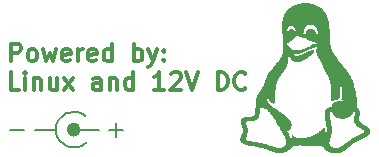
<source format=gbr>
%TF.GenerationSoftware,KiCad,Pcbnew,8.0.4+dfsg-1*%
%TF.CreationDate,2025-03-31T21:25:21+02:00*%
%TF.ProjectId,nixie-bottom,6e697869-652d-4626-9f74-746f6d2e6b69,rev?*%
%TF.SameCoordinates,Original*%
%TF.FileFunction,Legend,Top*%
%TF.FilePolarity,Positive*%
%FSLAX46Y46*%
G04 Gerber Fmt 4.6, Leading zero omitted, Abs format (unit mm)*
G04 Created by KiCad (PCBNEW 8.0.4+dfsg-1) date 2025-03-31 21:25:21*
%MOMM*%
%LPD*%
G01*
G04 APERTURE LIST*
%ADD10C,0.200000*%
%ADD11C,0.600000*%
%ADD12C,0.300000*%
%ADD13C,0.000000*%
%ADD14C,6.400000*%
%ADD15C,7.000000*%
G04 APERTURE END LIST*
D10*
X131309545Y-94786100D02*
X132452403Y-94786100D01*
X139709545Y-94786100D02*
X140852403Y-94786100D01*
X140280974Y-95357528D02*
X140280974Y-94214671D01*
X133380974Y-94774000D02*
X135152350Y-94774000D01*
X136680974Y-94774000D02*
X138780974Y-94774000D01*
D11*
X136980974Y-94774000D02*
G75*
G02*
X136380974Y-94774000I-300000J0D01*
G01*
X136380974Y-94774000D02*
G75*
G02*
X136980974Y-94774000I300000J0D01*
G01*
D10*
X137762341Y-95855367D02*
G75*
G02*
X137696976Y-93631000I-1081367J1081367D01*
G01*
D12*
X131354510Y-88985912D02*
X131354510Y-87485912D01*
X131354510Y-87485912D02*
X131925939Y-87485912D01*
X131925939Y-87485912D02*
X132068796Y-87557341D01*
X132068796Y-87557341D02*
X132140225Y-87628769D01*
X132140225Y-87628769D02*
X132211653Y-87771626D01*
X132211653Y-87771626D02*
X132211653Y-87985912D01*
X132211653Y-87985912D02*
X132140225Y-88128769D01*
X132140225Y-88128769D02*
X132068796Y-88200198D01*
X132068796Y-88200198D02*
X131925939Y-88271626D01*
X131925939Y-88271626D02*
X131354510Y-88271626D01*
X133068796Y-88985912D02*
X132925939Y-88914484D01*
X132925939Y-88914484D02*
X132854510Y-88843055D01*
X132854510Y-88843055D02*
X132783082Y-88700198D01*
X132783082Y-88700198D02*
X132783082Y-88271626D01*
X132783082Y-88271626D02*
X132854510Y-88128769D01*
X132854510Y-88128769D02*
X132925939Y-88057341D01*
X132925939Y-88057341D02*
X133068796Y-87985912D01*
X133068796Y-87985912D02*
X133283082Y-87985912D01*
X133283082Y-87985912D02*
X133425939Y-88057341D01*
X133425939Y-88057341D02*
X133497368Y-88128769D01*
X133497368Y-88128769D02*
X133568796Y-88271626D01*
X133568796Y-88271626D02*
X133568796Y-88700198D01*
X133568796Y-88700198D02*
X133497368Y-88843055D01*
X133497368Y-88843055D02*
X133425939Y-88914484D01*
X133425939Y-88914484D02*
X133283082Y-88985912D01*
X133283082Y-88985912D02*
X133068796Y-88985912D01*
X134068796Y-87985912D02*
X134354511Y-88985912D01*
X134354511Y-88985912D02*
X134640225Y-88271626D01*
X134640225Y-88271626D02*
X134925939Y-88985912D01*
X134925939Y-88985912D02*
X135211653Y-87985912D01*
X136354511Y-88914484D02*
X136211654Y-88985912D01*
X136211654Y-88985912D02*
X135925940Y-88985912D01*
X135925940Y-88985912D02*
X135783082Y-88914484D01*
X135783082Y-88914484D02*
X135711654Y-88771626D01*
X135711654Y-88771626D02*
X135711654Y-88200198D01*
X135711654Y-88200198D02*
X135783082Y-88057341D01*
X135783082Y-88057341D02*
X135925940Y-87985912D01*
X135925940Y-87985912D02*
X136211654Y-87985912D01*
X136211654Y-87985912D02*
X136354511Y-88057341D01*
X136354511Y-88057341D02*
X136425940Y-88200198D01*
X136425940Y-88200198D02*
X136425940Y-88343055D01*
X136425940Y-88343055D02*
X135711654Y-88485912D01*
X137068796Y-88985912D02*
X137068796Y-87985912D01*
X137068796Y-88271626D02*
X137140225Y-88128769D01*
X137140225Y-88128769D02*
X137211654Y-88057341D01*
X137211654Y-88057341D02*
X137354511Y-87985912D01*
X137354511Y-87985912D02*
X137497368Y-87985912D01*
X138568796Y-88914484D02*
X138425939Y-88985912D01*
X138425939Y-88985912D02*
X138140225Y-88985912D01*
X138140225Y-88985912D02*
X137997367Y-88914484D01*
X137997367Y-88914484D02*
X137925939Y-88771626D01*
X137925939Y-88771626D02*
X137925939Y-88200198D01*
X137925939Y-88200198D02*
X137997367Y-88057341D01*
X137997367Y-88057341D02*
X138140225Y-87985912D01*
X138140225Y-87985912D02*
X138425939Y-87985912D01*
X138425939Y-87985912D02*
X138568796Y-88057341D01*
X138568796Y-88057341D02*
X138640225Y-88200198D01*
X138640225Y-88200198D02*
X138640225Y-88343055D01*
X138640225Y-88343055D02*
X137925939Y-88485912D01*
X139925939Y-88985912D02*
X139925939Y-87485912D01*
X139925939Y-88914484D02*
X139783081Y-88985912D01*
X139783081Y-88985912D02*
X139497367Y-88985912D01*
X139497367Y-88985912D02*
X139354510Y-88914484D01*
X139354510Y-88914484D02*
X139283081Y-88843055D01*
X139283081Y-88843055D02*
X139211653Y-88700198D01*
X139211653Y-88700198D02*
X139211653Y-88271626D01*
X139211653Y-88271626D02*
X139283081Y-88128769D01*
X139283081Y-88128769D02*
X139354510Y-88057341D01*
X139354510Y-88057341D02*
X139497367Y-87985912D01*
X139497367Y-87985912D02*
X139783081Y-87985912D01*
X139783081Y-87985912D02*
X139925939Y-88057341D01*
X141783081Y-88985912D02*
X141783081Y-87485912D01*
X141783081Y-88057341D02*
X141925939Y-87985912D01*
X141925939Y-87985912D02*
X142211653Y-87985912D01*
X142211653Y-87985912D02*
X142354510Y-88057341D01*
X142354510Y-88057341D02*
X142425939Y-88128769D01*
X142425939Y-88128769D02*
X142497367Y-88271626D01*
X142497367Y-88271626D02*
X142497367Y-88700198D01*
X142497367Y-88700198D02*
X142425939Y-88843055D01*
X142425939Y-88843055D02*
X142354510Y-88914484D01*
X142354510Y-88914484D02*
X142211653Y-88985912D01*
X142211653Y-88985912D02*
X141925939Y-88985912D01*
X141925939Y-88985912D02*
X141783081Y-88914484D01*
X142997367Y-87985912D02*
X143354510Y-88985912D01*
X143711653Y-87985912D02*
X143354510Y-88985912D01*
X143354510Y-88985912D02*
X143211653Y-89343055D01*
X143211653Y-89343055D02*
X143140224Y-89414484D01*
X143140224Y-89414484D02*
X142997367Y-89485912D01*
X144283081Y-88843055D02*
X144354510Y-88914484D01*
X144354510Y-88914484D02*
X144283081Y-88985912D01*
X144283081Y-88985912D02*
X144211653Y-88914484D01*
X144211653Y-88914484D02*
X144283081Y-88843055D01*
X144283081Y-88843055D02*
X144283081Y-88985912D01*
X144283081Y-88057341D02*
X144354510Y-88128769D01*
X144354510Y-88128769D02*
X144283081Y-88200198D01*
X144283081Y-88200198D02*
X144211653Y-88128769D01*
X144211653Y-88128769D02*
X144283081Y-88057341D01*
X144283081Y-88057341D02*
X144283081Y-88200198D01*
X132068796Y-91400828D02*
X131354510Y-91400828D01*
X131354510Y-91400828D02*
X131354510Y-89900828D01*
X132568796Y-91400828D02*
X132568796Y-90400828D01*
X132568796Y-89900828D02*
X132497368Y-89972257D01*
X132497368Y-89972257D02*
X132568796Y-90043685D01*
X132568796Y-90043685D02*
X132640225Y-89972257D01*
X132640225Y-89972257D02*
X132568796Y-89900828D01*
X132568796Y-89900828D02*
X132568796Y-90043685D01*
X133283082Y-90400828D02*
X133283082Y-91400828D01*
X133283082Y-90543685D02*
X133354511Y-90472257D01*
X133354511Y-90472257D02*
X133497368Y-90400828D01*
X133497368Y-90400828D02*
X133711654Y-90400828D01*
X133711654Y-90400828D02*
X133854511Y-90472257D01*
X133854511Y-90472257D02*
X133925940Y-90615114D01*
X133925940Y-90615114D02*
X133925940Y-91400828D01*
X135283083Y-90400828D02*
X135283083Y-91400828D01*
X134640225Y-90400828D02*
X134640225Y-91186542D01*
X134640225Y-91186542D02*
X134711654Y-91329400D01*
X134711654Y-91329400D02*
X134854511Y-91400828D01*
X134854511Y-91400828D02*
X135068797Y-91400828D01*
X135068797Y-91400828D02*
X135211654Y-91329400D01*
X135211654Y-91329400D02*
X135283083Y-91257971D01*
X135854511Y-91400828D02*
X136640226Y-90400828D01*
X135854511Y-90400828D02*
X136640226Y-91400828D01*
X138997369Y-91400828D02*
X138997369Y-90615114D01*
X138997369Y-90615114D02*
X138925940Y-90472257D01*
X138925940Y-90472257D02*
X138783083Y-90400828D01*
X138783083Y-90400828D02*
X138497369Y-90400828D01*
X138497369Y-90400828D02*
X138354511Y-90472257D01*
X138997369Y-91329400D02*
X138854511Y-91400828D01*
X138854511Y-91400828D02*
X138497369Y-91400828D01*
X138497369Y-91400828D02*
X138354511Y-91329400D01*
X138354511Y-91329400D02*
X138283083Y-91186542D01*
X138283083Y-91186542D02*
X138283083Y-91043685D01*
X138283083Y-91043685D02*
X138354511Y-90900828D01*
X138354511Y-90900828D02*
X138497369Y-90829400D01*
X138497369Y-90829400D02*
X138854511Y-90829400D01*
X138854511Y-90829400D02*
X138997369Y-90757971D01*
X139711654Y-90400828D02*
X139711654Y-91400828D01*
X139711654Y-90543685D02*
X139783083Y-90472257D01*
X139783083Y-90472257D02*
X139925940Y-90400828D01*
X139925940Y-90400828D02*
X140140226Y-90400828D01*
X140140226Y-90400828D02*
X140283083Y-90472257D01*
X140283083Y-90472257D02*
X140354512Y-90615114D01*
X140354512Y-90615114D02*
X140354512Y-91400828D01*
X141711655Y-91400828D02*
X141711655Y-89900828D01*
X141711655Y-91329400D02*
X141568797Y-91400828D01*
X141568797Y-91400828D02*
X141283083Y-91400828D01*
X141283083Y-91400828D02*
X141140226Y-91329400D01*
X141140226Y-91329400D02*
X141068797Y-91257971D01*
X141068797Y-91257971D02*
X140997369Y-91115114D01*
X140997369Y-91115114D02*
X140997369Y-90686542D01*
X140997369Y-90686542D02*
X141068797Y-90543685D01*
X141068797Y-90543685D02*
X141140226Y-90472257D01*
X141140226Y-90472257D02*
X141283083Y-90400828D01*
X141283083Y-90400828D02*
X141568797Y-90400828D01*
X141568797Y-90400828D02*
X141711655Y-90472257D01*
X144354512Y-91400828D02*
X143497369Y-91400828D01*
X143925940Y-91400828D02*
X143925940Y-89900828D01*
X143925940Y-89900828D02*
X143783083Y-90115114D01*
X143783083Y-90115114D02*
X143640226Y-90257971D01*
X143640226Y-90257971D02*
X143497369Y-90329400D01*
X144925940Y-90043685D02*
X144997368Y-89972257D01*
X144997368Y-89972257D02*
X145140226Y-89900828D01*
X145140226Y-89900828D02*
X145497368Y-89900828D01*
X145497368Y-89900828D02*
X145640226Y-89972257D01*
X145640226Y-89972257D02*
X145711654Y-90043685D01*
X145711654Y-90043685D02*
X145783083Y-90186542D01*
X145783083Y-90186542D02*
X145783083Y-90329400D01*
X145783083Y-90329400D02*
X145711654Y-90543685D01*
X145711654Y-90543685D02*
X144854511Y-91400828D01*
X144854511Y-91400828D02*
X145783083Y-91400828D01*
X146211654Y-89900828D02*
X146711654Y-91400828D01*
X146711654Y-91400828D02*
X147211654Y-89900828D01*
X148854510Y-91400828D02*
X148854510Y-89900828D01*
X148854510Y-89900828D02*
X149211653Y-89900828D01*
X149211653Y-89900828D02*
X149425939Y-89972257D01*
X149425939Y-89972257D02*
X149568796Y-90115114D01*
X149568796Y-90115114D02*
X149640225Y-90257971D01*
X149640225Y-90257971D02*
X149711653Y-90543685D01*
X149711653Y-90543685D02*
X149711653Y-90757971D01*
X149711653Y-90757971D02*
X149640225Y-91043685D01*
X149640225Y-91043685D02*
X149568796Y-91186542D01*
X149568796Y-91186542D02*
X149425939Y-91329400D01*
X149425939Y-91329400D02*
X149211653Y-91400828D01*
X149211653Y-91400828D02*
X148854510Y-91400828D01*
X151211653Y-91257971D02*
X151140225Y-91329400D01*
X151140225Y-91329400D02*
X150925939Y-91400828D01*
X150925939Y-91400828D02*
X150783082Y-91400828D01*
X150783082Y-91400828D02*
X150568796Y-91329400D01*
X150568796Y-91329400D02*
X150425939Y-91186542D01*
X150425939Y-91186542D02*
X150354510Y-91043685D01*
X150354510Y-91043685D02*
X150283082Y-90757971D01*
X150283082Y-90757971D02*
X150283082Y-90543685D01*
X150283082Y-90543685D02*
X150354510Y-90257971D01*
X150354510Y-90257971D02*
X150425939Y-90115114D01*
X150425939Y-90115114D02*
X150568796Y-89972257D01*
X150568796Y-89972257D02*
X150783082Y-89900828D01*
X150783082Y-89900828D02*
X150925939Y-89900828D01*
X150925939Y-89900828D02*
X151140225Y-89972257D01*
X151140225Y-89972257D02*
X151211653Y-90043685D01*
D13*
%TO.C,REF\u002A\u002A*%
G36*
X156412013Y-84075972D02*
G01*
X156525925Y-84081882D01*
X156636397Y-84091727D01*
X156743426Y-84105504D01*
X156847008Y-84123210D01*
X156947137Y-84144841D01*
X157043812Y-84170393D01*
X157137026Y-84199864D01*
X157226776Y-84233250D01*
X157313057Y-84270548D01*
X157395867Y-84311753D01*
X157475199Y-84356863D01*
X157551051Y-84405874D01*
X157623418Y-84458783D01*
X157692296Y-84515586D01*
X157757680Y-84576280D01*
X157819567Y-84640861D01*
X157877953Y-84709326D01*
X157932832Y-84781671D01*
X157984202Y-84857894D01*
X158032057Y-84937990D01*
X158076394Y-85021956D01*
X158117209Y-85109789D01*
X158154497Y-85201486D01*
X158188254Y-85297042D01*
X158218477Y-85396454D01*
X158245160Y-85499720D01*
X158268300Y-85606835D01*
X158287892Y-85717796D01*
X158303933Y-85832600D01*
X158325343Y-86073721D01*
X158342409Y-86381928D01*
X158356300Y-86655804D01*
X158377357Y-87056285D01*
X158388697Y-87229083D01*
X158401878Y-87386422D01*
X158417876Y-87530431D01*
X158437667Y-87663236D01*
X158462225Y-87786965D01*
X158492527Y-87903745D01*
X158529548Y-88015704D01*
X158550883Y-88070540D01*
X158574263Y-88124968D01*
X158627648Y-88233666D01*
X158690679Y-88343925D01*
X158764331Y-88457872D01*
X158849580Y-88577634D01*
X158947400Y-88705339D01*
X159058768Y-88843115D01*
X159154282Y-88957944D01*
X159313773Y-89150095D01*
X159481580Y-89356721D01*
X159651880Y-89575525D01*
X159818850Y-89804214D01*
X159899266Y-89921548D01*
X159976667Y-90040493D01*
X160050323Y-90160762D01*
X160119508Y-90282068D01*
X160183493Y-90404124D01*
X160241550Y-90526644D01*
X160292952Y-90649341D01*
X160336970Y-90771927D01*
X160379394Y-90906155D01*
X160420197Y-91043192D01*
X160496076Y-91321310D01*
X160562863Y-91597505D01*
X160618818Y-91863003D01*
X160662196Y-92109029D01*
X160678625Y-92221998D01*
X160691256Y-92326809D01*
X160699872Y-92422365D01*
X160704255Y-92507568D01*
X160704187Y-92581322D01*
X160699450Y-92642531D01*
X160693433Y-92685138D01*
X160690137Y-92705256D01*
X160686634Y-92724626D01*
X160682915Y-92743280D01*
X160678967Y-92761249D01*
X160674781Y-92778566D01*
X160670346Y-92795262D01*
X160665650Y-92811369D01*
X160660682Y-92826918D01*
X160655433Y-92841942D01*
X160649890Y-92856472D01*
X160644044Y-92870540D01*
X160637882Y-92884177D01*
X160631396Y-92897417D01*
X160624573Y-92910289D01*
X160624573Y-92911877D01*
X160640099Y-92918054D01*
X160655319Y-92924833D01*
X160670218Y-92932201D01*
X160684779Y-92940147D01*
X160698987Y-92948658D01*
X160712826Y-92957720D01*
X160726281Y-92967322D01*
X160739337Y-92977450D01*
X160751976Y-92988092D01*
X160764185Y-92999236D01*
X160775947Y-93010868D01*
X160787246Y-93022976D01*
X160798068Y-93035548D01*
X160808396Y-93048571D01*
X160818215Y-93062032D01*
X160827508Y-93075919D01*
X160843095Y-93103036D01*
X160856368Y-93131765D01*
X160867400Y-93162344D01*
X160876266Y-93195015D01*
X160883040Y-93230017D01*
X160887793Y-93267591D01*
X160890602Y-93307977D01*
X160891538Y-93351416D01*
X160890676Y-93398148D01*
X160888089Y-93448413D01*
X160878036Y-93560503D01*
X160861968Y-93689610D01*
X160840473Y-93837655D01*
X160838210Y-93855737D01*
X160837099Y-93873712D01*
X160837105Y-93891570D01*
X160838188Y-93909299D01*
X160840312Y-93926888D01*
X160843439Y-93944327D01*
X160847532Y-93961605D01*
X160852553Y-93978711D01*
X160858465Y-93995633D01*
X160865229Y-94012362D01*
X160872810Y-94028887D01*
X160881168Y-94045195D01*
X160890268Y-94061278D01*
X160900070Y-94077123D01*
X160921634Y-94108059D01*
X160945561Y-94137915D01*
X160971550Y-94166606D01*
X160999303Y-94194044D01*
X161028517Y-94220143D01*
X161058895Y-94244815D01*
X161090135Y-94267975D01*
X161121939Y-94289534D01*
X161154005Y-94309407D01*
X161177945Y-94322929D01*
X161203845Y-94337221D01*
X161259837Y-94367615D01*
X161344493Y-94413697D01*
X161389084Y-94438917D01*
X161434338Y-94465648D01*
X161479621Y-94493930D01*
X161524296Y-94523806D01*
X161567729Y-94555318D01*
X161609286Y-94588509D01*
X161648331Y-94623421D01*
X161666714Y-94641536D01*
X161684230Y-94660096D01*
X161700802Y-94679108D01*
X161716348Y-94698576D01*
X161730791Y-94718507D01*
X161744050Y-94738904D01*
X161756047Y-94759774D01*
X161766701Y-94781122D01*
X161775934Y-94802953D01*
X161783666Y-94825272D01*
X161789818Y-94848084D01*
X161794311Y-94871396D01*
X161797065Y-94895211D01*
X161798000Y-94919536D01*
X161797036Y-94944468D01*
X161794149Y-94968838D01*
X161789351Y-94992691D01*
X161782653Y-95016070D01*
X161774067Y-95039020D01*
X161763604Y-95061583D01*
X161737088Y-95105724D01*
X161703197Y-95148844D01*
X161662018Y-95191292D01*
X161613641Y-95233416D01*
X161558155Y-95275566D01*
X161495650Y-95318092D01*
X161426214Y-95361341D01*
X161349937Y-95405665D01*
X161266907Y-95451411D01*
X161080947Y-95548569D01*
X160869048Y-95655608D01*
X160727034Y-95727244D01*
X160575890Y-95804039D01*
X160524697Y-95831022D01*
X160475320Y-95858560D01*
X160427650Y-95886607D01*
X160381575Y-95915118D01*
X160336983Y-95944046D01*
X160293763Y-95973344D01*
X160251805Y-96002968D01*
X160210997Y-96032870D01*
X160132385Y-96093326D01*
X160057038Y-96154343D01*
X159984067Y-96215552D01*
X159912580Y-96276584D01*
X159797236Y-96374605D01*
X159682524Y-96466931D01*
X159624356Y-96510248D01*
X159565084Y-96551288D01*
X159504291Y-96589768D01*
X159441555Y-96625404D01*
X159376456Y-96657911D01*
X159308575Y-96687006D01*
X159237491Y-96712404D01*
X159162783Y-96733821D01*
X159084033Y-96750973D01*
X159000819Y-96763577D01*
X158912722Y-96771347D01*
X158819321Y-96774000D01*
X158770158Y-96773373D01*
X158722943Y-96771524D01*
X158677619Y-96768501D01*
X158634131Y-96764350D01*
X158592423Y-96759120D01*
X158552440Y-96752859D01*
X158514126Y-96745613D01*
X158477426Y-96737430D01*
X158442283Y-96728358D01*
X158408642Y-96718445D01*
X158376447Y-96707738D01*
X158345643Y-96696284D01*
X158316174Y-96684132D01*
X158287984Y-96671328D01*
X158261018Y-96657921D01*
X158235220Y-96643958D01*
X158210535Y-96629486D01*
X158186906Y-96614553D01*
X158164278Y-96599207D01*
X158142595Y-96583495D01*
X158101843Y-96551165D01*
X158064204Y-96517942D01*
X158029234Y-96484207D01*
X157996486Y-96450342D01*
X157935878Y-96383740D01*
X157905913Y-96350291D01*
X157876934Y-96319004D01*
X157862626Y-96304265D01*
X157848339Y-96290178D01*
X157833998Y-96276783D01*
X157819528Y-96264115D01*
X157804852Y-96252214D01*
X157789897Y-96241116D01*
X157774587Y-96230859D01*
X157758847Y-96221480D01*
X157742601Y-96213018D01*
X157725775Y-96205510D01*
X157708293Y-96198993D01*
X157690080Y-96193505D01*
X157636584Y-96181053D01*
X157578531Y-96170217D01*
X157516431Y-96160888D01*
X157450793Y-96152957D01*
X157310945Y-96140857D01*
X157163063Y-96133047D01*
X157011225Y-96128661D01*
X156859507Y-96126830D01*
X156572745Y-96127359D01*
X156408173Y-96127359D01*
X156348559Y-96126904D01*
X156285870Y-96125705D01*
X156152850Y-96122067D01*
X156022273Y-96118598D01*
X155888139Y-96116391D01*
X155754656Y-96117030D01*
X155689474Y-96118913D01*
X155626032Y-96122100D01*
X155564857Y-96126792D01*
X155506474Y-96133186D01*
X155451409Y-96141479D01*
X155400189Y-96151870D01*
X155353340Y-96164558D01*
X155311386Y-96179739D01*
X155292410Y-96188327D01*
X155274855Y-96197612D01*
X155258787Y-96207620D01*
X155244271Y-96218376D01*
X155187385Y-96264678D01*
X155070909Y-96358228D01*
X154952291Y-96449465D01*
X154891818Y-96493237D01*
X154830379Y-96535257D01*
X154767829Y-96575133D01*
X154704025Y-96612473D01*
X154638822Y-96646886D01*
X154572077Y-96677981D01*
X154503646Y-96705366D01*
X154433385Y-96728650D01*
X154361150Y-96747441D01*
X154286799Y-96761348D01*
X154210186Y-96769979D01*
X154131169Y-96772943D01*
X154086768Y-96772042D01*
X154043073Y-96769396D01*
X153999953Y-96765089D01*
X153957275Y-96759205D01*
X153914910Y-96751828D01*
X153872724Y-96743042D01*
X153830587Y-96732932D01*
X153788368Y-96721581D01*
X153745935Y-96709073D01*
X153703156Y-96695493D01*
X153616037Y-96665451D01*
X153525960Y-96632130D01*
X153431874Y-96596200D01*
X153321729Y-96553096D01*
X153210783Y-96512194D01*
X153099071Y-96473506D01*
X152986626Y-96437041D01*
X152873480Y-96402810D01*
X152759667Y-96370823D01*
X152645221Y-96341092D01*
X152530175Y-96313626D01*
X152454474Y-96297161D01*
X152378838Y-96281624D01*
X152228120Y-96252871D01*
X152078742Y-96226450D01*
X151931423Y-96201442D01*
X151707383Y-96162489D01*
X151599842Y-96142422D01*
X151496163Y-96121344D01*
X151397003Y-96098792D01*
X151303020Y-96074302D01*
X151258174Y-96061185D01*
X151214869Y-96047411D01*
X151173186Y-96032921D01*
X151133208Y-96017656D01*
X151095017Y-96001561D01*
X151058695Y-95984575D01*
X151024323Y-95966642D01*
X150991984Y-95947704D01*
X150961761Y-95927702D01*
X150933735Y-95906579D01*
X150907988Y-95884277D01*
X150884603Y-95860738D01*
X150863662Y-95835904D01*
X150845246Y-95809717D01*
X150829439Y-95782120D01*
X150816321Y-95753054D01*
X150805975Y-95722462D01*
X150798484Y-95690285D01*
X150793929Y-95656466D01*
X150792392Y-95620947D01*
X150792947Y-95593658D01*
X151239054Y-95593658D01*
X151239069Y-95599828D01*
X151239378Y-95605744D01*
X151239991Y-95611397D01*
X151240920Y-95616782D01*
X151242175Y-95621891D01*
X151243767Y-95626718D01*
X151245707Y-95631256D01*
X151248005Y-95635499D01*
X151251314Y-95640531D01*
X151255381Y-95645407D01*
X151260195Y-95650124D01*
X151265744Y-95654682D01*
X151272017Y-95659078D01*
X151279003Y-95663312D01*
X151286690Y-95667381D01*
X151295067Y-95671284D01*
X151304124Y-95675020D01*
X151313848Y-95678587D01*
X151324229Y-95681984D01*
X151335255Y-95685208D01*
X151346915Y-95688259D01*
X151359198Y-95691134D01*
X151372093Y-95693833D01*
X151385588Y-95696354D01*
X151625036Y-95737363D01*
X151908471Y-95785323D01*
X152207384Y-95840253D01*
X152357188Y-95870681D01*
X152504312Y-95903270D01*
X152646576Y-95938159D01*
X152781794Y-95975489D01*
X152872414Y-96002918D01*
X152963629Y-96031613D01*
X153145067Y-96090317D01*
X153373559Y-96163863D01*
X153487344Y-96198655D01*
X153599819Y-96230811D01*
X153710237Y-96259346D01*
X153817844Y-96283273D01*
X153870361Y-96293201D01*
X153921893Y-96301607D01*
X153972348Y-96308368D01*
X154021632Y-96313361D01*
X154050433Y-96315239D01*
X154085442Y-96316395D01*
X154125616Y-96316210D01*
X154169914Y-96314068D01*
X154217294Y-96309351D01*
X154266714Y-96301441D01*
X154291864Y-96296096D01*
X154317133Y-96289721D01*
X154342391Y-96282240D01*
X154367508Y-96273574D01*
X154392354Y-96263648D01*
X154416798Y-96252383D01*
X154440711Y-96239702D01*
X154463961Y-96225529D01*
X154486419Y-96209786D01*
X154507955Y-96192396D01*
X154528439Y-96173282D01*
X154547739Y-96152366D01*
X154565726Y-96129572D01*
X154582270Y-96104822D01*
X154597241Y-96078039D01*
X154610507Y-96049146D01*
X154621940Y-96018066D01*
X154631408Y-95984722D01*
X154638782Y-95949035D01*
X154643932Y-95910930D01*
X154643932Y-95911459D01*
X154645826Y-95885420D01*
X158328112Y-95885420D01*
X158328124Y-95911825D01*
X158329975Y-95937005D01*
X158331632Y-95949140D01*
X158333798Y-95960974D01*
X158336490Y-95972509D01*
X158339725Y-95983746D01*
X158343519Y-95994688D01*
X158347888Y-96005337D01*
X158352848Y-96015693D01*
X158358417Y-96025760D01*
X158379644Y-96059871D01*
X158401813Y-96091646D01*
X158424871Y-96121139D01*
X158448765Y-96148406D01*
X158473441Y-96173501D01*
X158498845Y-96196478D01*
X158524923Y-96217392D01*
X158551621Y-96236298D01*
X158578886Y-96253250D01*
X158606664Y-96268303D01*
X158634901Y-96281511D01*
X158663543Y-96292930D01*
X158692537Y-96302613D01*
X158721828Y-96310615D01*
X158751364Y-96316991D01*
X158781089Y-96321796D01*
X158810951Y-96325083D01*
X158840896Y-96326909D01*
X158870870Y-96327326D01*
X158900819Y-96326390D01*
X158960426Y-96320678D01*
X159019289Y-96310208D01*
X159076976Y-96295417D01*
X159133059Y-96276743D01*
X159187105Y-96254621D01*
X159238686Y-96229490D01*
X159269561Y-96212679D01*
X159299906Y-96195307D01*
X159329770Y-96177400D01*
X159359200Y-96158986D01*
X159416950Y-96120742D01*
X159473537Y-96080793D01*
X159529343Y-96039356D01*
X159584749Y-95996647D01*
X159695886Y-95908284D01*
X159782593Y-95838985D01*
X159873653Y-95768027D01*
X159970567Y-95696032D01*
X160074836Y-95623626D01*
X160130197Y-95587463D01*
X160187960Y-95551430D01*
X160248311Y-95515606D01*
X160311440Y-95480069D01*
X160377532Y-95444895D01*
X160446776Y-95410164D01*
X160519359Y-95375953D01*
X160595470Y-95342341D01*
X160595469Y-95342869D01*
X160673972Y-95309090D01*
X160774877Y-95264222D01*
X160888265Y-95211119D01*
X160946541Y-95182371D01*
X161004217Y-95152634D01*
X161060055Y-95122264D01*
X161112815Y-95091619D01*
X161161256Y-95061054D01*
X161204139Y-95030926D01*
X161240224Y-95001592D01*
X161255330Y-94987334D01*
X161268271Y-94973408D01*
X161278893Y-94959859D01*
X161287040Y-94946731D01*
X161292558Y-94934069D01*
X161295292Y-94921917D01*
X161294988Y-94916907D01*
X161294080Y-94911802D01*
X161292569Y-94906604D01*
X161290459Y-94901317D01*
X161287752Y-94895945D01*
X161284450Y-94890492D01*
X161280558Y-94884960D01*
X161276076Y-94879353D01*
X161271009Y-94873675D01*
X161265358Y-94867929D01*
X161259126Y-94862119D01*
X161252317Y-94856247D01*
X161244933Y-94850319D01*
X161236976Y-94844336D01*
X161228449Y-94838304D01*
X161219356Y-94832224D01*
X161181975Y-94808064D01*
X161144942Y-94784401D01*
X161072512Y-94738562D01*
X160930828Y-94648108D01*
X160864441Y-94604155D01*
X160801347Y-94560439D01*
X160741788Y-94516503D01*
X160686006Y-94471889D01*
X160634241Y-94426139D01*
X160586737Y-94378794D01*
X160564659Y-94354381D01*
X160543735Y-94329397D01*
X160523998Y-94303785D01*
X160505477Y-94277489D01*
X160488203Y-94250450D01*
X160472205Y-94222612D01*
X160457514Y-94193917D01*
X160444160Y-94164308D01*
X160432174Y-94133728D01*
X160421585Y-94102119D01*
X160412424Y-94069425D01*
X160404721Y-94035587D01*
X160398506Y-94000549D01*
X160393810Y-93964254D01*
X160390662Y-93926644D01*
X160389094Y-93887661D01*
X160389099Y-93876501D01*
X160389591Y-93864950D01*
X160390542Y-93853016D01*
X160391926Y-93840706D01*
X160395880Y-93814987D01*
X160401232Y-93787848D01*
X160407762Y-93759344D01*
X160415251Y-93729532D01*
X160432221Y-93666205D01*
X160444834Y-93619451D01*
X160457220Y-93571030D01*
X160468409Y-93522074D01*
X160473252Y-93497752D01*
X160477432Y-93473721D01*
X160480827Y-93450124D01*
X160483316Y-93427104D01*
X160484778Y-93404801D01*
X160485092Y-93383357D01*
X160484136Y-93362916D01*
X160481789Y-93343617D01*
X160477930Y-93325604D01*
X160475395Y-93317123D01*
X160472437Y-93309018D01*
X160470707Y-93305132D01*
X160468750Y-93301410D01*
X160466576Y-93297849D01*
X160464196Y-93294444D01*
X160461621Y-93291192D01*
X160458862Y-93288090D01*
X160455931Y-93285134D01*
X160452838Y-93282320D01*
X160446210Y-93277105D01*
X160439068Y-93272416D01*
X160431498Y-93268224D01*
X160423589Y-93264502D01*
X160415429Y-93261220D01*
X160407106Y-93258349D01*
X160398707Y-93255862D01*
X160390322Y-93253728D01*
X160382037Y-93251921D01*
X160373941Y-93250410D01*
X160358667Y-93248164D01*
X160331376Y-93305629D01*
X160302202Y-93359296D01*
X160271314Y-93409293D01*
X160238882Y-93455749D01*
X160205075Y-93498792D01*
X160170063Y-93538552D01*
X160134015Y-93575156D01*
X160097101Y-93608733D01*
X160059490Y-93639412D01*
X160021352Y-93667321D01*
X159982856Y-93692589D01*
X159944171Y-93715344D01*
X159905467Y-93735716D01*
X159866914Y-93753832D01*
X159828681Y-93769822D01*
X159790937Y-93783813D01*
X159753852Y-93795934D01*
X159717595Y-93806315D01*
X159648245Y-93822367D01*
X159584241Y-93832997D01*
X159526941Y-93839235D01*
X159477698Y-93842109D01*
X159437870Y-93842647D01*
X159391879Y-93840831D01*
X159343239Y-93839817D01*
X159295847Y-93836976D01*
X159249714Y-93832311D01*
X159204848Y-93825823D01*
X159161257Y-93817515D01*
X159118952Y-93807390D01*
X159077940Y-93795449D01*
X159038231Y-93781695D01*
X158999833Y-93766131D01*
X158962756Y-93748758D01*
X158927008Y-93729579D01*
X158892598Y-93708596D01*
X158859536Y-93685812D01*
X158827830Y-93661229D01*
X158797488Y-93634848D01*
X158768521Y-93606674D01*
X158752575Y-93589509D01*
X158737176Y-93571902D01*
X158722331Y-93553866D01*
X158708047Y-93535414D01*
X158694333Y-93516561D01*
X158681196Y-93497319D01*
X158668645Y-93477703D01*
X158656687Y-93457726D01*
X158645329Y-93437400D01*
X158634581Y-93416741D01*
X158624449Y-93395761D01*
X158614942Y-93374475D01*
X158606066Y-93352894D01*
X158597831Y-93331034D01*
X158590244Y-93308907D01*
X158583313Y-93286528D01*
X158574655Y-93285418D01*
X158565983Y-93284445D01*
X158557297Y-93283610D01*
X158548599Y-93282912D01*
X158539892Y-93282352D01*
X158531177Y-93281930D01*
X158522455Y-93281646D01*
X158513727Y-93281501D01*
X158501528Y-93281680D01*
X158489202Y-93282253D01*
X158476850Y-93283271D01*
X158464569Y-93284787D01*
X158452456Y-93286854D01*
X158440611Y-93289523D01*
X158434819Y-93291100D01*
X158429131Y-93292848D01*
X158423558Y-93294772D01*
X158418113Y-93296879D01*
X158412809Y-93299177D01*
X158407658Y-93301671D01*
X158402671Y-93304368D01*
X158397861Y-93307274D01*
X158393240Y-93310397D01*
X158388822Y-93313742D01*
X158384616Y-93317316D01*
X158380638Y-93321126D01*
X158376897Y-93325178D01*
X158373407Y-93329479D01*
X158370180Y-93334036D01*
X158367228Y-93338854D01*
X158364563Y-93343941D01*
X158362199Y-93349302D01*
X158360146Y-93354945D01*
X158358417Y-93360876D01*
X158353639Y-93383259D01*
X158350205Y-93406662D01*
X158348098Y-93431401D01*
X158347296Y-93457788D01*
X158347781Y-93486137D01*
X158349534Y-93516764D01*
X158356763Y-93586102D01*
X158368830Y-93668314D01*
X158385578Y-93765912D01*
X158432500Y-94017308D01*
X158463258Y-94180291D01*
X158498382Y-94369468D01*
X158513514Y-94463283D01*
X158524213Y-94554340D01*
X158530822Y-94642659D01*
X158533683Y-94728260D01*
X158533138Y-94811163D01*
X158529529Y-94891390D01*
X158523198Y-94968959D01*
X158514488Y-95043891D01*
X158503741Y-95116206D01*
X158491299Y-95185925D01*
X158477505Y-95253067D01*
X158462700Y-95317652D01*
X158431428Y-95439234D01*
X158400221Y-95550833D01*
X158378457Y-95628354D01*
X158359310Y-95700459D01*
X158351048Y-95734516D01*
X158343834Y-95767262D01*
X158337803Y-95798710D01*
X158333084Y-95828877D01*
X158329810Y-95857775D01*
X158328112Y-95885420D01*
X154645826Y-95885420D01*
X154648612Y-95847144D01*
X154649376Y-95784714D01*
X154646102Y-95723486D01*
X154638669Y-95662776D01*
X154626956Y-95601901D01*
X154610841Y-95540180D01*
X154590203Y-95476928D01*
X154564920Y-95411463D01*
X154534873Y-95343102D01*
X154499938Y-95271163D01*
X154459995Y-95194961D01*
X154414922Y-95113815D01*
X154308903Y-94933958D01*
X154180911Y-94726127D01*
X154113847Y-94616705D01*
X154046436Y-94503612D01*
X153908390Y-94266810D01*
X153795650Y-94073002D01*
X153682246Y-93882271D01*
X153625382Y-93789531D01*
X153568457Y-93699328D01*
X153511506Y-93612250D01*
X153454564Y-93528887D01*
X153397664Y-93449827D01*
X153340843Y-93375660D01*
X153284136Y-93306975D01*
X153227576Y-93244361D01*
X153171199Y-93188406D01*
X153143090Y-93163111D01*
X153115040Y-93139701D01*
X153087053Y-93118251D01*
X153059134Y-93098835D01*
X153031286Y-93081525D01*
X153003515Y-93066395D01*
X152974640Y-93052084D01*
X152946791Y-93038841D01*
X152919952Y-93026632D01*
X152894108Y-93015419D01*
X152869243Y-93005165D01*
X152845341Y-92995836D01*
X152822387Y-92987393D01*
X152800365Y-92979802D01*
X152779259Y-92973026D01*
X152759053Y-92967027D01*
X152739733Y-92961771D01*
X152721281Y-92957221D01*
X152703683Y-92953339D01*
X152686923Y-92950091D01*
X152670985Y-92947440D01*
X152655853Y-92945348D01*
X152641511Y-92943781D01*
X152627945Y-92942702D01*
X152615138Y-92942074D01*
X152603075Y-92941860D01*
X152591739Y-92942026D01*
X152581115Y-92942534D01*
X152561942Y-92944431D01*
X152545429Y-92947261D01*
X152531451Y-92950734D01*
X152519882Y-92954559D01*
X152510596Y-92958445D01*
X152505327Y-92960833D01*
X152500248Y-92963520D01*
X152495370Y-92966496D01*
X152490702Y-92969748D01*
X152486255Y-92973264D01*
X152482039Y-92977032D01*
X152478064Y-92981040D01*
X152474339Y-92985276D01*
X152470875Y-92989727D01*
X152467682Y-92994383D01*
X152464770Y-92999229D01*
X152462148Y-93004256D01*
X152459827Y-93009450D01*
X152457817Y-93014799D01*
X152456128Y-93020291D01*
X152454769Y-93025914D01*
X152450137Y-93050260D01*
X152445744Y-93078992D01*
X152441556Y-93111439D01*
X152437538Y-93146928D01*
X152429878Y-93224339D01*
X152422490Y-93305843D01*
X152410538Y-93434451D01*
X152404701Y-93489994D01*
X152398711Y-93539569D01*
X152392386Y-93583079D01*
X152389041Y-93602530D01*
X152385544Y-93620428D01*
X152381871Y-93636762D01*
X152378000Y-93651520D01*
X152373909Y-93664690D01*
X152369574Y-93676259D01*
X152361843Y-93693379D01*
X152353311Y-93710204D01*
X152344012Y-93726729D01*
X152333981Y-93742946D01*
X152311863Y-93774428D01*
X152287239Y-93804595D01*
X152260388Y-93833389D01*
X152231591Y-93860755D01*
X152201130Y-93886637D01*
X152169284Y-93910978D01*
X152136334Y-93933722D01*
X152102562Y-93954814D01*
X152068246Y-93974196D01*
X152033669Y-93991812D01*
X151999110Y-94007607D01*
X151964850Y-94021525D01*
X151931170Y-94033508D01*
X151898351Y-94043501D01*
X151887495Y-94046231D01*
X151876075Y-94048585D01*
X151864107Y-94050592D01*
X151851610Y-94052278D01*
X151825099Y-94054798D01*
X151796685Y-94056366D01*
X151766509Y-94057203D01*
X151734714Y-94057528D01*
X151666840Y-94057524D01*
X151607044Y-94057524D01*
X151558349Y-94057935D01*
X151533858Y-94058548D01*
X151509529Y-94059520D01*
X151485553Y-94060920D01*
X151462123Y-94062812D01*
X151439431Y-94065262D01*
X151417669Y-94068338D01*
X151397029Y-94072106D01*
X151377704Y-94076631D01*
X151359886Y-94081980D01*
X151351603Y-94084984D01*
X151343768Y-94088219D01*
X151336405Y-94091694D01*
X151329540Y-94095415D01*
X151323196Y-94099393D01*
X151317396Y-94103634D01*
X151312165Y-94108148D01*
X151307528Y-94112942D01*
X151303507Y-94118025D01*
X151300128Y-94123405D01*
X151297010Y-94129691D01*
X151294344Y-94136384D01*
X151290309Y-94150938D01*
X151287903Y-94166954D01*
X151287010Y-94184321D01*
X151287511Y-94202927D01*
X151289287Y-94222659D01*
X151292220Y-94243406D01*
X151296192Y-94265056D01*
X151301085Y-94287497D01*
X151306781Y-94310616D01*
X151320108Y-94358442D01*
X151335227Y-94407638D01*
X151351192Y-94457309D01*
X151378225Y-94542237D01*
X151390897Y-94584711D01*
X151402356Y-94626940D01*
X151407479Y-94647904D01*
X151412116Y-94668736D01*
X151416207Y-94689411D01*
X151419690Y-94709908D01*
X151422506Y-94730201D01*
X151424592Y-94750268D01*
X151425888Y-94770084D01*
X151426334Y-94789626D01*
X151425989Y-94835437D01*
X151423958Y-94880191D01*
X151420386Y-94923870D01*
X151415416Y-94966459D01*
X151409191Y-95007940D01*
X151401856Y-95048299D01*
X151393555Y-95087517D01*
X151384431Y-95125581D01*
X151374627Y-95162472D01*
X151364289Y-95198175D01*
X151342581Y-95265950D01*
X151320458Y-95328778D01*
X151299069Y-95386526D01*
X151284015Y-95427035D01*
X151270068Y-95465724D01*
X151263724Y-95484251D01*
X151257914Y-95502161D01*
X151252722Y-95519401D01*
X151248236Y-95535917D01*
X151244541Y-95551654D01*
X151241721Y-95566559D01*
X151239864Y-95580579D01*
X151239054Y-95593658D01*
X150792947Y-95593658D01*
X150793231Y-95579676D01*
X150795667Y-95540614D01*
X150799581Y-95503637D01*
X150804852Y-95468622D01*
X150811360Y-95435445D01*
X150818986Y-95403984D01*
X150827608Y-95374115D01*
X150837107Y-95345714D01*
X150847362Y-95318660D01*
X150858254Y-95292828D01*
X150869662Y-95268095D01*
X150881466Y-95244338D01*
X150893546Y-95221433D01*
X150905781Y-95199258D01*
X150930240Y-95156604D01*
X150954416Y-95114208D01*
X150965692Y-95093403D01*
X150976257Y-95072632D01*
X150985983Y-95051724D01*
X150994743Y-95030509D01*
X151002409Y-95008817D01*
X151008854Y-94986477D01*
X151013951Y-94963318D01*
X151017571Y-94939170D01*
X151019587Y-94913863D01*
X151019872Y-94887225D01*
X151018298Y-94859087D01*
X151014738Y-94829277D01*
X151009064Y-94797626D01*
X151001148Y-94763962D01*
X150986625Y-94708875D01*
X150972077Y-94655053D01*
X150943205Y-94550708D01*
X150912242Y-94438830D01*
X150885058Y-94334940D01*
X150873360Y-94285974D01*
X150863177Y-94238987D01*
X150854700Y-94193972D01*
X150848120Y-94150922D01*
X150843626Y-94109832D01*
X150841410Y-94070695D01*
X150841660Y-94033506D01*
X150844569Y-93998257D01*
X150847079Y-93981359D01*
X150850325Y-93964944D01*
X150854330Y-93949011D01*
X150859119Y-93933559D01*
X150864715Y-93918587D01*
X150871142Y-93904096D01*
X150878424Y-93890083D01*
X150886584Y-93876549D01*
X150895719Y-93863157D01*
X150905260Y-93850548D01*
X150915199Y-93838695D01*
X150925527Y-93827574D01*
X150936237Y-93817159D01*
X150947320Y-93807424D01*
X150958767Y-93798344D01*
X150970572Y-93789894D01*
X150995220Y-93774781D01*
X151021199Y-93761882D01*
X151048442Y-93750992D01*
X151076885Y-93741910D01*
X151106463Y-93734430D01*
X151137111Y-93728349D01*
X151168763Y-93723465D01*
X151201355Y-93719573D01*
X151269097Y-93713953D01*
X151339815Y-93709862D01*
X151398718Y-93706422D01*
X151429149Y-93704430D01*
X151460200Y-93702189D01*
X151507843Y-93697970D01*
X151555501Y-93692927D01*
X151602849Y-93686878D01*
X151649563Y-93679638D01*
X151695318Y-93671022D01*
X151739788Y-93660848D01*
X151782648Y-93648930D01*
X151823572Y-93635084D01*
X151843207Y-93627381D01*
X151862237Y-93619127D01*
X151880620Y-93610300D01*
X151898316Y-93600875D01*
X151915284Y-93590830D01*
X151931484Y-93580143D01*
X151946875Y-93568789D01*
X151961416Y-93556747D01*
X151975067Y-93543993D01*
X151987787Y-93530503D01*
X151999536Y-93516256D01*
X152010272Y-93501227D01*
X152019956Y-93485395D01*
X152028546Y-93468735D01*
X152036002Y-93451226D01*
X152042283Y-93432843D01*
X152045360Y-93412851D01*
X152047842Y-93392790D01*
X152049730Y-93372673D01*
X152051022Y-93352513D01*
X152051717Y-93332323D01*
X152051816Y-93312118D01*
X152051318Y-93291910D01*
X152050221Y-93271712D01*
X152049653Y-93211197D01*
X152050585Y-93146667D01*
X152052106Y-93113239D01*
X152054593Y-93079217D01*
X152058243Y-93044738D01*
X152063252Y-93009940D01*
X152069818Y-92974959D01*
X152078137Y-92939931D01*
X152088406Y-92904995D01*
X152100823Y-92870285D01*
X152115583Y-92835940D01*
X152132885Y-92802097D01*
X152152924Y-92768891D01*
X152175898Y-92736460D01*
X152155805Y-92649536D01*
X152140427Y-92565519D01*
X152129848Y-92484025D01*
X152124152Y-92404676D01*
X152123421Y-92327089D01*
X152127738Y-92250884D01*
X152137189Y-92175680D01*
X152151854Y-92101096D01*
X152156801Y-92082674D01*
X153052199Y-92082674D01*
X153055441Y-92131929D01*
X153059546Y-92177245D01*
X153064564Y-92218988D01*
X153070546Y-92257522D01*
X153077542Y-92293213D01*
X153085601Y-92326426D01*
X153094776Y-92357526D01*
X153105115Y-92386878D01*
X153116670Y-92414847D01*
X153129491Y-92441799D01*
X153143628Y-92468098D01*
X153159132Y-92494109D01*
X153176052Y-92520197D01*
X153194440Y-92546729D01*
X153214346Y-92574068D01*
X153235820Y-92602580D01*
X153246132Y-92614062D01*
X153262121Y-92628998D01*
X153309556Y-92668271D01*
X153374974Y-92718471D01*
X153455225Y-92777668D01*
X153647627Y-92915343D01*
X153861559Y-93065866D01*
X154143092Y-93264812D01*
X154281942Y-93364103D01*
X154414802Y-93460657D01*
X154538138Y-93552510D01*
X154648413Y-93637700D01*
X154742094Y-93714265D01*
X154781607Y-93748699D01*
X154815646Y-93780240D01*
X154849868Y-93814180D01*
X154881645Y-93847822D01*
X154911051Y-93881147D01*
X154938163Y-93914134D01*
X154963058Y-93946765D01*
X154985812Y-93979018D01*
X155006501Y-94010875D01*
X155025200Y-94042314D01*
X155041987Y-94073317D01*
X155056938Y-94103863D01*
X155070128Y-94133932D01*
X155081634Y-94163505D01*
X155091533Y-94192562D01*
X155099900Y-94221082D01*
X155106811Y-94249046D01*
X155112343Y-94276433D01*
X155116572Y-94303225D01*
X155119575Y-94329400D01*
X155121426Y-94354940D01*
X155122204Y-94379824D01*
X155120840Y-94427544D01*
X155116093Y-94472402D01*
X155108572Y-94514239D01*
X155098888Y-94552895D01*
X155087650Y-94588211D01*
X155075467Y-94620028D01*
X155069004Y-94634825D01*
X155062086Y-94649207D01*
X155054739Y-94663177D01*
X155046990Y-94676739D01*
X155038864Y-94689897D01*
X155030390Y-94702657D01*
X155021593Y-94715021D01*
X155012500Y-94726994D01*
X154993533Y-94749784D01*
X154973701Y-94771061D01*
X154953217Y-94790857D01*
X154932295Y-94809205D01*
X154911145Y-94826140D01*
X154889982Y-94841694D01*
X154869019Y-94855901D01*
X154848467Y-94868794D01*
X154828540Y-94880407D01*
X154809451Y-94890772D01*
X154791412Y-94899924D01*
X154774636Y-94907895D01*
X154774636Y-94909217D01*
X154820913Y-94996827D01*
X154880138Y-95112020D01*
X154945416Y-95244081D01*
X154978170Y-95313087D01*
X155009851Y-95382293D01*
X155019390Y-95403953D01*
X155028183Y-95426130D01*
X155036259Y-95448766D01*
X155043647Y-95471800D01*
X155050376Y-95495174D01*
X155056476Y-95518828D01*
X155061974Y-95542703D01*
X155066901Y-95566740D01*
X155075157Y-95615061D01*
X155081474Y-95663317D01*
X155086086Y-95711033D01*
X155089225Y-95757736D01*
X155089655Y-95763490D01*
X155090197Y-95768897D01*
X155090850Y-95773956D01*
X155091608Y-95778665D01*
X155092468Y-95783026D01*
X155093429Y-95787036D01*
X155094485Y-95790696D01*
X155095633Y-95794004D01*
X155096871Y-95796962D01*
X155098194Y-95799567D01*
X155099600Y-95801820D01*
X155101085Y-95803719D01*
X155102645Y-95805265D01*
X155104278Y-95806457D01*
X155105979Y-95807294D01*
X155107746Y-95807775D01*
X155109575Y-95807901D01*
X155111462Y-95807671D01*
X155113405Y-95807083D01*
X155115399Y-95806139D01*
X155117442Y-95804836D01*
X155119530Y-95803175D01*
X155121660Y-95801155D01*
X155123828Y-95798775D01*
X155126031Y-95796036D01*
X155128265Y-95792935D01*
X155130527Y-95789474D01*
X155132814Y-95785651D01*
X155135123Y-95781466D01*
X155137449Y-95776918D01*
X155139790Y-95772007D01*
X155142142Y-95766732D01*
X155150273Y-95746774D01*
X155157838Y-95725894D01*
X155164749Y-95704097D01*
X155170920Y-95681383D01*
X155176261Y-95657756D01*
X155180684Y-95633219D01*
X155184102Y-95607774D01*
X155186427Y-95581424D01*
X155187570Y-95554172D01*
X155187444Y-95526020D01*
X155185961Y-95496971D01*
X155183032Y-95467029D01*
X155178571Y-95436194D01*
X155172488Y-95404471D01*
X155164696Y-95371862D01*
X155155106Y-95338370D01*
X155153875Y-95334385D01*
X155152936Y-95330359D01*
X155152285Y-95326307D01*
X155151919Y-95322243D01*
X155151834Y-95318182D01*
X155152029Y-95314138D01*
X155152499Y-95310125D01*
X155153241Y-95306158D01*
X155154253Y-95302250D01*
X155155530Y-95298417D01*
X155157070Y-95294673D01*
X155158870Y-95291031D01*
X155160926Y-95287507D01*
X155163235Y-95284114D01*
X155165794Y-95280868D01*
X155168600Y-95277781D01*
X155170709Y-95275857D01*
X155172901Y-95274048D01*
X155175172Y-95272357D01*
X155177516Y-95270784D01*
X155179930Y-95269333D01*
X155182408Y-95268005D01*
X155184945Y-95266801D01*
X155187537Y-95265724D01*
X155190178Y-95264775D01*
X155192864Y-95263957D01*
X155195591Y-95263271D01*
X155198353Y-95262719D01*
X155201145Y-95262303D01*
X155203963Y-95262025D01*
X155206801Y-95261886D01*
X155209656Y-95261889D01*
X155212507Y-95262035D01*
X155215334Y-95262321D01*
X155218134Y-95262745D01*
X155220900Y-95263306D01*
X155223630Y-95264001D01*
X155226317Y-95264828D01*
X155228957Y-95265785D01*
X155231545Y-95266870D01*
X155234078Y-95268081D01*
X155236549Y-95269415D01*
X155238954Y-95270871D01*
X155241289Y-95272446D01*
X155243548Y-95274138D01*
X155245728Y-95275946D01*
X155247822Y-95277866D01*
X155249828Y-95279898D01*
X155268640Y-95298083D01*
X155292001Y-95317541D01*
X155319861Y-95337864D01*
X155352168Y-95358644D01*
X155388869Y-95379474D01*
X155429914Y-95399946D01*
X155475251Y-95419652D01*
X155524829Y-95438185D01*
X155578595Y-95455136D01*
X155636499Y-95470098D01*
X155698489Y-95482664D01*
X155764512Y-95492425D01*
X155834519Y-95498973D01*
X155908457Y-95501902D01*
X155986274Y-95500803D01*
X156067919Y-95495269D01*
X156138208Y-95487944D01*
X156206572Y-95479348D01*
X156273046Y-95469531D01*
X156337666Y-95458542D01*
X156461488Y-95433248D01*
X156578321Y-95403864D01*
X156688453Y-95370786D01*
X156792168Y-95334414D01*
X156889753Y-95295144D01*
X156981493Y-95253374D01*
X157067673Y-95209502D01*
X157148580Y-95163925D01*
X157224498Y-95117042D01*
X157295714Y-95069249D01*
X157362513Y-95020944D01*
X157425182Y-94972526D01*
X157484004Y-94924392D01*
X157539267Y-94876938D01*
X157566652Y-94852539D01*
X157592449Y-94829379D01*
X157639280Y-94786980D01*
X157686996Y-94743904D01*
X157708221Y-94725091D01*
X157727870Y-94708080D01*
X157746074Y-94692859D01*
X157762970Y-94679418D01*
X157778689Y-94667745D01*
X157786150Y-94662568D01*
X157793366Y-94657829D01*
X157800356Y-94653527D01*
X157807135Y-94649659D01*
X157813721Y-94646225D01*
X157820129Y-94643223D01*
X157826377Y-94640652D01*
X157832482Y-94638510D01*
X157838460Y-94636796D01*
X157844328Y-94635509D01*
X157850102Y-94634647D01*
X157855800Y-94634209D01*
X157861437Y-94634193D01*
X157867032Y-94634598D01*
X157872600Y-94635423D01*
X157878158Y-94636666D01*
X157883723Y-94638325D01*
X157889311Y-94640400D01*
X157894755Y-94642833D01*
X157899883Y-94645566D01*
X157904705Y-94648598D01*
X157909232Y-94651931D01*
X157913475Y-94655563D01*
X157917444Y-94659494D01*
X157924604Y-94668252D01*
X157930799Y-94678202D01*
X157936113Y-94689342D01*
X157940633Y-94701668D01*
X157944444Y-94715179D01*
X157947632Y-94729870D01*
X157950282Y-94745741D01*
X157952480Y-94762787D01*
X157954312Y-94781006D01*
X157957220Y-94820954D01*
X157959691Y-94865562D01*
X157961541Y-94927250D01*
X157960852Y-94988884D01*
X157957630Y-95050386D01*
X157951887Y-95111677D01*
X157943629Y-95172681D01*
X157932867Y-95233319D01*
X157919609Y-95293514D01*
X157903863Y-95353188D01*
X157903637Y-95353918D01*
X157903449Y-95354652D01*
X157903298Y-95355387D01*
X157903184Y-95356123D01*
X157903106Y-95356858D01*
X157903064Y-95357592D01*
X157903058Y-95358322D01*
X157903086Y-95359049D01*
X157903149Y-95359771D01*
X157903246Y-95360487D01*
X157903375Y-95361196D01*
X157903538Y-95361896D01*
X157903733Y-95362586D01*
X157903959Y-95363266D01*
X157904216Y-95363934D01*
X157904504Y-95364590D01*
X157904823Y-95365231D01*
X157905170Y-95365857D01*
X157905547Y-95366466D01*
X157905952Y-95367058D01*
X157906385Y-95367632D01*
X157906846Y-95368186D01*
X157907333Y-95368719D01*
X157907847Y-95369230D01*
X157908387Y-95369718D01*
X157908952Y-95370182D01*
X157909541Y-95370620D01*
X157910155Y-95371032D01*
X157910793Y-95371416D01*
X157911454Y-95371772D01*
X157912138Y-95372097D01*
X157912843Y-95372392D01*
X157913563Y-95372652D01*
X157914287Y-95372873D01*
X157915014Y-95373058D01*
X157915744Y-95373206D01*
X157916475Y-95373317D01*
X157917206Y-95373392D01*
X157917935Y-95373432D01*
X157918663Y-95373437D01*
X157919387Y-95373407D01*
X157920107Y-95373344D01*
X157920820Y-95373246D01*
X157921527Y-95373116D01*
X157922226Y-95372953D01*
X157922916Y-95372758D01*
X157923595Y-95372532D01*
X157924263Y-95372274D01*
X157924918Y-95371986D01*
X157925559Y-95371667D01*
X157926185Y-95371319D01*
X157926795Y-95370941D01*
X157927388Y-95370535D01*
X157927962Y-95370100D01*
X157928517Y-95369637D01*
X157929051Y-95369148D01*
X157929563Y-95368631D01*
X157930053Y-95368088D01*
X157930517Y-95367519D01*
X157930957Y-95366924D01*
X157931370Y-95366305D01*
X157931755Y-95365661D01*
X157932112Y-95364993D01*
X157932439Y-95364301D01*
X157950183Y-95329429D01*
X157967168Y-95294195D01*
X157983388Y-95258612D01*
X157998837Y-95222693D01*
X158013510Y-95186451D01*
X158027403Y-95149897D01*
X158040509Y-95113044D01*
X158052824Y-95075905D01*
X158052824Y-95076434D01*
X158061774Y-95045752D01*
X158069512Y-95014093D01*
X158081568Y-94948223D01*
X158089426Y-94879583D01*
X158093520Y-94808928D01*
X158094283Y-94737016D01*
X158092151Y-94664603D01*
X158087557Y-94592447D01*
X158080935Y-94521305D01*
X158072720Y-94451933D01*
X158063345Y-94385088D01*
X158042852Y-94262009D01*
X158007051Y-94079483D01*
X157981138Y-93938936D01*
X157958843Y-93794643D01*
X157949835Y-93722270D01*
X157942669Y-93650375D01*
X157937659Y-93579428D01*
X157935118Y-93509902D01*
X157935357Y-93442266D01*
X157938691Y-93376994D01*
X157945431Y-93314555D01*
X157955892Y-93255422D01*
X157970384Y-93200065D01*
X157979240Y-93173950D01*
X157989221Y-93148956D01*
X158000367Y-93125142D01*
X158012717Y-93102566D01*
X158026309Y-93081288D01*
X158041183Y-93061367D01*
X158043299Y-93058986D01*
X158066067Y-93035121D01*
X158089455Y-93013129D01*
X158113503Y-92992997D01*
X158138255Y-92974711D01*
X158163753Y-92958260D01*
X158190039Y-92943630D01*
X158217155Y-92930808D01*
X158245143Y-92919782D01*
X158274046Y-92910538D01*
X158303906Y-92903065D01*
X158334765Y-92897349D01*
X158366665Y-92893377D01*
X158399649Y-92891137D01*
X158433759Y-92890616D01*
X158469037Y-92891801D01*
X158505526Y-92894680D01*
X158507114Y-92893357D01*
X158508993Y-92857473D01*
X158510509Y-92839402D01*
X158512529Y-92821242D01*
X158515140Y-92802988D01*
X158518433Y-92784638D01*
X158522497Y-92766189D01*
X158527420Y-92747638D01*
X158533292Y-92728981D01*
X158540201Y-92710216D01*
X158548238Y-92691339D01*
X158557491Y-92672347D01*
X158568050Y-92653238D01*
X158580003Y-92634008D01*
X158593439Y-92614653D01*
X158608449Y-92595172D01*
X158626729Y-92573954D01*
X158647597Y-92552515D01*
X158670991Y-92531074D01*
X158696853Y-92509852D01*
X158725120Y-92489066D01*
X158755733Y-92468937D01*
X158788631Y-92449684D01*
X158823754Y-92431527D01*
X158861040Y-92414684D01*
X158900431Y-92399375D01*
X158941865Y-92385819D01*
X158985282Y-92374236D01*
X159030621Y-92364846D01*
X159077822Y-92357866D01*
X159126824Y-92353518D01*
X159177568Y-92352020D01*
X159199184Y-92352211D01*
X159220772Y-92352888D01*
X159242322Y-92354051D01*
X159263828Y-92355696D01*
X159285280Y-92357823D01*
X159306671Y-92360431D01*
X159327992Y-92363517D01*
X159349236Y-92367081D01*
X159370395Y-92371121D01*
X159391461Y-92375636D01*
X159412425Y-92380623D01*
X159433279Y-92386083D01*
X159454016Y-92392013D01*
X159474627Y-92398411D01*
X159495105Y-92405277D01*
X159515440Y-92412610D01*
X159520455Y-92414427D01*
X159525229Y-92416012D01*
X159529760Y-92417367D01*
X159534045Y-92418494D01*
X159538083Y-92419398D01*
X159541872Y-92420081D01*
X159545408Y-92420546D01*
X159548691Y-92420795D01*
X159551717Y-92420832D01*
X159554485Y-92420659D01*
X159556993Y-92420280D01*
X159559237Y-92419697D01*
X159561217Y-92418914D01*
X159562930Y-92417932D01*
X159564373Y-92416756D01*
X159565545Y-92415388D01*
X159566444Y-92413830D01*
X159567067Y-92412086D01*
X159567411Y-92410159D01*
X159567476Y-92408052D01*
X159567258Y-92405767D01*
X159566755Y-92403307D01*
X159565966Y-92400676D01*
X159564888Y-92397876D01*
X159563519Y-92394910D01*
X159561857Y-92391781D01*
X159559899Y-92388492D01*
X159557644Y-92385046D01*
X159555089Y-92381445D01*
X159552232Y-92377693D01*
X159549071Y-92373793D01*
X159545603Y-92369748D01*
X159536053Y-92359447D01*
X159526206Y-92349465D01*
X159516069Y-92339805D01*
X159505650Y-92330474D01*
X159494959Y-92321478D01*
X159484003Y-92312822D01*
X159472791Y-92304511D01*
X159461331Y-92296552D01*
X159449631Y-92288949D01*
X159437700Y-92281709D01*
X159425545Y-92274836D01*
X159413176Y-92268337D01*
X159400600Y-92262217D01*
X159387826Y-92256481D01*
X159374862Y-92251136D01*
X159361717Y-92246186D01*
X159359527Y-92245418D01*
X159357393Y-92244536D01*
X159355319Y-92243544D01*
X159353308Y-92242446D01*
X159351365Y-92241245D01*
X159349493Y-92239945D01*
X159347695Y-92238548D01*
X159345976Y-92237057D01*
X159344338Y-92235478D01*
X159342786Y-92233812D01*
X159341324Y-92232063D01*
X159339954Y-92230234D01*
X159338682Y-92228330D01*
X159337509Y-92226352D01*
X159336441Y-92224305D01*
X159335480Y-92222192D01*
X159334636Y-92220030D01*
X159333914Y-92217837D01*
X159333315Y-92215617D01*
X159332837Y-92213377D01*
X159332482Y-92211120D01*
X159332248Y-92208853D01*
X159332136Y-92206579D01*
X159332146Y-92204303D01*
X159332277Y-92202032D01*
X159332530Y-92199769D01*
X159332903Y-92197520D01*
X159333398Y-92195290D01*
X159334013Y-92193083D01*
X159334748Y-92190905D01*
X159335605Y-92188761D01*
X159336581Y-92186655D01*
X159354536Y-92136781D01*
X159371077Y-92073936D01*
X159387944Y-91984314D01*
X159395394Y-91929110D01*
X159401598Y-91866788D01*
X159406115Y-91797207D01*
X159408503Y-91720227D01*
X159408318Y-91635707D01*
X159405119Y-91543504D01*
X159398464Y-91443479D01*
X159387910Y-91335490D01*
X159376507Y-91248521D01*
X159362026Y-91162096D01*
X159344489Y-91076296D01*
X159323917Y-90991200D01*
X159300331Y-90906890D01*
X159273752Y-90823447D01*
X159244201Y-90740951D01*
X159211699Y-90659482D01*
X159211230Y-90658180D01*
X159210701Y-90656916D01*
X159210115Y-90655693D01*
X159209473Y-90654510D01*
X159208778Y-90653370D01*
X159208032Y-90652273D01*
X159207237Y-90651220D01*
X159206396Y-90650212D01*
X159205509Y-90649251D01*
X159204580Y-90648338D01*
X159203611Y-90647473D01*
X159202603Y-90646657D01*
X159201560Y-90645893D01*
X159200482Y-90645180D01*
X159199372Y-90644520D01*
X159198233Y-90643914D01*
X159197066Y-90643363D01*
X159195874Y-90642868D01*
X159194658Y-90642430D01*
X159193421Y-90642050D01*
X159192165Y-90641730D01*
X159190893Y-90641469D01*
X159189605Y-90641271D01*
X159188305Y-90641135D01*
X159186994Y-90641062D01*
X159185675Y-90641054D01*
X159184349Y-90641112D01*
X159183020Y-90641236D01*
X159181688Y-90641429D01*
X159180357Y-90641690D01*
X159179028Y-90642021D01*
X159177703Y-90642424D01*
X159176400Y-90642892D01*
X159175137Y-90643421D01*
X159173913Y-90644007D01*
X159172730Y-90644648D01*
X159171590Y-90645342D01*
X159170493Y-90646088D01*
X159169439Y-90646882D01*
X159168432Y-90647724D01*
X159167470Y-90648610D01*
X159166556Y-90649538D01*
X159165691Y-90650507D01*
X159164875Y-90651515D01*
X159164110Y-90652558D01*
X159163397Y-90653636D01*
X159162737Y-90654745D01*
X159162130Y-90655884D01*
X159161579Y-90657051D01*
X159161083Y-90658243D01*
X159160645Y-90659459D01*
X159160265Y-90660695D01*
X159159944Y-90661951D01*
X159159684Y-90663224D01*
X159159484Y-90664511D01*
X159159348Y-90665812D01*
X159159275Y-90667122D01*
X159159267Y-90668442D01*
X159159324Y-90669767D01*
X159159448Y-90671097D01*
X159159640Y-90672428D01*
X159159901Y-90673760D01*
X159160232Y-90675089D01*
X159160634Y-90676413D01*
X159176390Y-90740651D01*
X159190022Y-90803647D01*
X159201673Y-90865344D01*
X159211488Y-90925684D01*
X159219611Y-90984611D01*
X159226188Y-91042066D01*
X159231363Y-91097992D01*
X159235280Y-91152333D01*
X159239919Y-91256027D01*
X159241262Y-91352689D01*
X159240465Y-91441859D01*
X159238686Y-91523080D01*
X159237991Y-91542378D01*
X159237495Y-91561114D01*
X159237198Y-91579288D01*
X159237099Y-91596899D01*
X159235134Y-91670020D01*
X159231650Y-91745008D01*
X159225797Y-91821099D01*
X159221717Y-91859321D01*
X159216725Y-91897532D01*
X159210717Y-91935638D01*
X159203586Y-91973543D01*
X159195226Y-92011152D01*
X159185529Y-92048369D01*
X159174391Y-92085100D01*
X159161706Y-92121248D01*
X159147366Y-92156719D01*
X159131265Y-92191417D01*
X159129634Y-92194438D01*
X159127836Y-92197336D01*
X159125878Y-92200106D01*
X159123768Y-92202743D01*
X159121513Y-92205243D01*
X159119120Y-92207599D01*
X159116596Y-92209806D01*
X159113949Y-92211859D01*
X159111186Y-92213753D01*
X159108313Y-92215483D01*
X159105339Y-92217043D01*
X159102271Y-92218427D01*
X159099115Y-92219632D01*
X159095879Y-92220650D01*
X159092570Y-92221478D01*
X159089196Y-92222110D01*
X159047136Y-92229217D01*
X159005192Y-92236943D01*
X158963372Y-92245285D01*
X158921681Y-92254242D01*
X158880127Y-92263813D01*
X158838716Y-92273996D01*
X158797456Y-92284790D01*
X158756351Y-92296193D01*
X158665599Y-92325032D01*
X158627697Y-92337133D01*
X158610719Y-92342313D01*
X158594955Y-92346873D01*
X158580333Y-92350780D01*
X158566777Y-92354003D01*
X158554214Y-92356510D01*
X158542568Y-92358271D01*
X158537066Y-92358861D01*
X158531765Y-92359253D01*
X158526657Y-92359443D01*
X158521732Y-92359426D01*
X158516980Y-92359199D01*
X158512393Y-92358757D01*
X158507961Y-92358098D01*
X158503674Y-92357217D01*
X158499524Y-92356109D01*
X158495501Y-92354772D01*
X158491596Y-92353201D01*
X158487799Y-92351392D01*
X158484102Y-92349342D01*
X158480494Y-92347046D01*
X158476967Y-92344500D01*
X158473511Y-92341701D01*
X158470217Y-92338736D01*
X158467173Y-92335693D01*
X158464374Y-92332570D01*
X158461811Y-92329366D01*
X158459478Y-92326079D01*
X158457366Y-92322707D01*
X158455469Y-92319249D01*
X158453779Y-92315702D01*
X158450991Y-92308334D01*
X158448941Y-92300592D01*
X158447571Y-92292459D01*
X158446822Y-92283923D01*
X158446634Y-92274967D01*
X158446947Y-92265579D01*
X158447704Y-92255743D01*
X158448843Y-92245446D01*
X158452036Y-92223410D01*
X158456049Y-92199355D01*
X158461130Y-92169478D01*
X158466533Y-92134565D01*
X158469208Y-92115197D01*
X158471787Y-92094543D01*
X158474211Y-92072592D01*
X158476421Y-92049336D01*
X158486780Y-91902330D01*
X158491588Y-91753255D01*
X158491029Y-91603071D01*
X158485289Y-91452734D01*
X158474552Y-91303204D01*
X158459004Y-91155438D01*
X158438829Y-91010394D01*
X158414211Y-90869030D01*
X158385337Y-90732305D01*
X158352390Y-90601177D01*
X158315556Y-90476603D01*
X158275020Y-90359542D01*
X158230966Y-90250952D01*
X158183579Y-90151790D01*
X158133044Y-90063016D01*
X158079546Y-89985587D01*
X158048328Y-89943888D01*
X158019832Y-89903729D01*
X157993863Y-89864968D01*
X157970228Y-89827465D01*
X157948734Y-89791078D01*
X157929188Y-89755666D01*
X157911396Y-89721088D01*
X157895165Y-89687203D01*
X157880301Y-89653870D01*
X157866611Y-89620947D01*
X157853902Y-89588295D01*
X157841980Y-89555771D01*
X157819723Y-89490545D01*
X157798295Y-89424141D01*
X157780958Y-89367900D01*
X157762300Y-89312108D01*
X157742331Y-89256791D01*
X157721060Y-89201969D01*
X157698497Y-89147667D01*
X157674649Y-89093908D01*
X157649528Y-89040714D01*
X157623141Y-88988108D01*
X157599160Y-88944622D01*
X157574154Y-88901741D01*
X157548136Y-88859484D01*
X157521117Y-88817868D01*
X157493109Y-88776911D01*
X157464125Y-88736631D01*
X157434175Y-88697045D01*
X157403271Y-88658172D01*
X157372602Y-88613735D01*
X157354475Y-88583560D01*
X157335319Y-88548539D01*
X157315758Y-88509019D01*
X157296417Y-88465342D01*
X157277921Y-88417854D01*
X157260892Y-88366899D01*
X157245957Y-88312822D01*
X157233739Y-88255967D01*
X157224863Y-88196678D01*
X157219952Y-88135302D01*
X157219632Y-88072181D01*
X157224527Y-88007660D01*
X157229125Y-87974983D01*
X157235261Y-87942085D01*
X157243013Y-87909009D01*
X157252459Y-87875799D01*
X157271273Y-87812324D01*
X157286338Y-87754707D01*
X157292417Y-87727979D01*
X157297503Y-87702577D01*
X157301575Y-87678455D01*
X157304615Y-87655567D01*
X157306604Y-87633866D01*
X157307523Y-87613306D01*
X157307353Y-87593842D01*
X157306074Y-87575427D01*
X157303669Y-87558015D01*
X157300118Y-87541560D01*
X157295401Y-87526015D01*
X157289501Y-87511336D01*
X157282397Y-87497474D01*
X157274072Y-87484386D01*
X157264505Y-87472023D01*
X157253679Y-87460341D01*
X157241573Y-87449293D01*
X157228170Y-87438833D01*
X157213449Y-87428915D01*
X157197393Y-87419492D01*
X157179981Y-87410519D01*
X157161196Y-87401950D01*
X157141018Y-87393737D01*
X157119427Y-87385836D01*
X157071935Y-87370783D01*
X157018568Y-87356422D01*
X156958721Y-87340878D01*
X156897961Y-87324009D01*
X156836908Y-87305809D01*
X156776180Y-87286274D01*
X156716396Y-87265400D01*
X156658175Y-87243182D01*
X156602136Y-87219616D01*
X156548899Y-87194696D01*
X156499081Y-87168417D01*
X156475648Y-87154767D01*
X156453302Y-87140776D01*
X156432120Y-87126443D01*
X156412181Y-87111768D01*
X156393560Y-87096750D01*
X156376336Y-87081388D01*
X156360586Y-87065682D01*
X156346388Y-87049631D01*
X156333818Y-87033235D01*
X156322954Y-87016492D01*
X156313874Y-86999404D01*
X156306654Y-86981968D01*
X156301372Y-86964185D01*
X156298106Y-86946053D01*
X156295991Y-86927268D01*
X156293334Y-86908995D01*
X156291106Y-86890683D01*
X156289309Y-86872338D01*
X156287942Y-86853970D01*
X156287004Y-86835584D01*
X156286496Y-86817188D01*
X156286417Y-86798791D01*
X156286767Y-86780400D01*
X156287546Y-86762021D01*
X156288754Y-86743664D01*
X156290390Y-86725334D01*
X156292454Y-86707041D01*
X156294946Y-86688790D01*
X156297865Y-86670591D01*
X156301212Y-86652450D01*
X156304986Y-86634374D01*
X156313621Y-86600752D01*
X156323168Y-86569005D01*
X156333570Y-86539081D01*
X156344768Y-86510926D01*
X156356705Y-86484488D01*
X156369324Y-86459714D01*
X156382568Y-86436550D01*
X156396378Y-86414944D01*
X156410699Y-86394842D01*
X156425471Y-86376192D01*
X156440639Y-86358940D01*
X156456144Y-86343034D01*
X156471929Y-86328420D01*
X156487936Y-86315046D01*
X156504109Y-86302859D01*
X156520389Y-86291805D01*
X156536720Y-86281832D01*
X156553044Y-86272886D01*
X156569303Y-86264915D01*
X156585441Y-86257865D01*
X156617121Y-86246318D01*
X156647625Y-86237822D01*
X156676492Y-86231951D01*
X156703266Y-86228283D01*
X156727484Y-86226393D01*
X156748690Y-86225858D01*
X156770749Y-86226065D01*
X156792672Y-86227373D01*
X156814420Y-86229766D01*
X156835957Y-86233228D01*
X156857244Y-86237745D01*
X156878244Y-86243302D01*
X156898920Y-86249883D01*
X156919233Y-86257473D01*
X156939147Y-86266058D01*
X156958623Y-86275622D01*
X156977625Y-86286149D01*
X156996114Y-86297626D01*
X157014052Y-86310036D01*
X157031403Y-86323365D01*
X157048129Y-86337597D01*
X157064192Y-86352718D01*
X157079475Y-86368627D01*
X157093877Y-86385207D01*
X157107381Y-86402422D01*
X157119973Y-86420234D01*
X157131637Y-86438605D01*
X157142357Y-86457499D01*
X157152118Y-86476877D01*
X157160904Y-86496702D01*
X157168700Y-86516938D01*
X157175491Y-86537546D01*
X157181261Y-86558489D01*
X157185994Y-86579729D01*
X157189675Y-86601230D01*
X157192288Y-86622953D01*
X157193819Y-86644862D01*
X157194250Y-86666918D01*
X157193987Y-86688692D01*
X157192998Y-86710402D01*
X157191289Y-86732031D01*
X157188863Y-86753561D01*
X157185727Y-86774975D01*
X157181884Y-86796257D01*
X157177339Y-86817387D01*
X157172097Y-86838350D01*
X157166162Y-86859127D01*
X157159539Y-86879701D01*
X157152233Y-86900055D01*
X157144248Y-86920171D01*
X157135590Y-86940032D01*
X157126262Y-86959621D01*
X157116269Y-86978920D01*
X157105617Y-86997912D01*
X157104565Y-86999664D01*
X157103596Y-87001447D01*
X157102711Y-87003257D01*
X157101909Y-87005092D01*
X157101189Y-87006949D01*
X157100551Y-87008827D01*
X157099996Y-87010722D01*
X157099523Y-87012631D01*
X157099131Y-87014552D01*
X157098820Y-87016483D01*
X157098590Y-87018421D01*
X157098441Y-87020363D01*
X157098373Y-87022307D01*
X157098384Y-87024250D01*
X157098475Y-87026189D01*
X157098646Y-87028123D01*
X157098896Y-87030047D01*
X157099225Y-87031961D01*
X157099633Y-87033861D01*
X157100119Y-87035744D01*
X157100683Y-87037608D01*
X157101325Y-87039451D01*
X157102045Y-87041269D01*
X157102842Y-87043061D01*
X157103716Y-87044823D01*
X157104667Y-87046554D01*
X157105694Y-87048250D01*
X157106797Y-87049908D01*
X157107976Y-87051527D01*
X157109231Y-87053104D01*
X157110561Y-87054636D01*
X157111966Y-87056120D01*
X157113758Y-87057783D01*
X157115626Y-87059340D01*
X157117567Y-87060789D01*
X157119574Y-87062130D01*
X157121644Y-87063359D01*
X157123771Y-87064476D01*
X157125951Y-87065479D01*
X157128179Y-87066365D01*
X157130451Y-87067134D01*
X157132761Y-87067783D01*
X157135104Y-87068310D01*
X157137478Y-87068715D01*
X157139875Y-87068995D01*
X157142292Y-87069148D01*
X157144724Y-87069173D01*
X157147166Y-87069068D01*
X157149600Y-87068833D01*
X157152005Y-87068470D01*
X157154377Y-87067983D01*
X157156713Y-87067373D01*
X157159007Y-87066643D01*
X157161255Y-87065795D01*
X157163452Y-87064831D01*
X157165595Y-87063755D01*
X157167678Y-87062567D01*
X157169698Y-87061272D01*
X157171649Y-87059870D01*
X157173528Y-87058365D01*
X157175330Y-87056759D01*
X157177050Y-87055054D01*
X157178684Y-87053253D01*
X157180228Y-87051358D01*
X157193455Y-87033219D01*
X157206665Y-87013553D01*
X157219743Y-86992246D01*
X157232574Y-86969184D01*
X157245043Y-86944254D01*
X157257033Y-86917343D01*
X157268429Y-86888336D01*
X157279116Y-86857120D01*
X157288979Y-86823583D01*
X157297901Y-86787609D01*
X157305767Y-86749086D01*
X157312462Y-86707900D01*
X157317871Y-86663937D01*
X157321877Y-86617084D01*
X157324365Y-86567227D01*
X157325220Y-86514253D01*
X157324531Y-86478832D01*
X157322478Y-86444123D01*
X157319088Y-86410154D01*
X157314383Y-86376950D01*
X157308390Y-86344540D01*
X157301133Y-86312951D01*
X157292636Y-86282209D01*
X157282924Y-86252341D01*
X157272022Y-86223375D01*
X157259955Y-86195337D01*
X157246746Y-86168255D01*
X157232421Y-86142155D01*
X157217005Y-86117066D01*
X157200522Y-86093012D01*
X157182996Y-86070023D01*
X157164453Y-86048124D01*
X157144916Y-86027343D01*
X157124412Y-86007707D01*
X157102964Y-85989242D01*
X157080597Y-85971977D01*
X157057335Y-85955937D01*
X157033204Y-85941150D01*
X157008228Y-85927644D01*
X156982432Y-85915444D01*
X156955839Y-85904578D01*
X156928476Y-85895073D01*
X156900367Y-85886957D01*
X156871535Y-85880255D01*
X156842007Y-85874996D01*
X156811806Y-85871206D01*
X156780958Y-85868912D01*
X156749486Y-85868141D01*
X156715848Y-85869322D01*
X156682517Y-85872371D01*
X156649564Y-85877256D01*
X156617057Y-85883944D01*
X156585065Y-85892399D01*
X156553658Y-85902589D01*
X156522905Y-85914480D01*
X156492876Y-85928039D01*
X156463639Y-85943232D01*
X156435265Y-85960025D01*
X156407821Y-85978385D01*
X156381378Y-85998277D01*
X156356004Y-86019670D01*
X156331770Y-86042528D01*
X156308744Y-86066818D01*
X156286995Y-86092508D01*
X156266578Y-86119821D01*
X156246516Y-86150143D01*
X156227128Y-86183586D01*
X156208732Y-86220264D01*
X156191646Y-86260289D01*
X156176188Y-86303774D01*
X156162676Y-86350831D01*
X156151429Y-86401574D01*
X156142765Y-86456115D01*
X156137002Y-86514567D01*
X156134458Y-86577043D01*
X156135451Y-86643656D01*
X156140300Y-86714517D01*
X156149322Y-86789741D01*
X156162837Y-86869440D01*
X156181161Y-86953727D01*
X156181733Y-86956541D01*
X156182160Y-86959369D01*
X156182442Y-86962203D01*
X156182581Y-86965039D01*
X156182578Y-86967872D01*
X156182434Y-86970696D01*
X156182149Y-86973506D01*
X156181725Y-86976296D01*
X156181162Y-86979062D01*
X156180462Y-86981798D01*
X156179625Y-86984499D01*
X156178653Y-86987160D01*
X156177545Y-86989774D01*
X156176304Y-86992338D01*
X156174930Y-86994846D01*
X156173424Y-86997292D01*
X156171797Y-86999658D01*
X156170059Y-87001929D01*
X156168217Y-87004101D01*
X156166273Y-87006171D01*
X156164233Y-87008137D01*
X156162102Y-87009995D01*
X156159883Y-87011742D01*
X156157581Y-87013375D01*
X156155200Y-87014892D01*
X156152746Y-87016289D01*
X156150221Y-87017563D01*
X156147632Y-87018711D01*
X156144982Y-87019731D01*
X156142275Y-87020620D01*
X156139517Y-87021373D01*
X156136712Y-87021989D01*
X156133705Y-87022437D01*
X156130692Y-87022729D01*
X156127681Y-87022865D01*
X156124676Y-87022848D01*
X156121684Y-87022678D01*
X156118709Y-87022358D01*
X156115758Y-87021887D01*
X156112837Y-87021268D01*
X156109950Y-87020503D01*
X156107104Y-87019591D01*
X156104305Y-87018536D01*
X156101558Y-87017337D01*
X156098868Y-87015997D01*
X156096242Y-87014517D01*
X156093685Y-87012897D01*
X156091203Y-87011141D01*
X156054431Y-86988047D01*
X156014783Y-86966178D01*
X155972745Y-86945808D01*
X155928803Y-86927214D01*
X155883443Y-86910671D01*
X155837149Y-86896455D01*
X155790409Y-86884841D01*
X155743706Y-86876104D01*
X155697528Y-86870521D01*
X155652359Y-86868367D01*
X155630306Y-86868661D01*
X155608686Y-86869917D01*
X155587562Y-86872167D01*
X155566994Y-86875447D01*
X155547042Y-86879790D01*
X155527768Y-86885232D01*
X155509231Y-86891807D01*
X155491494Y-86899549D01*
X155474616Y-86908493D01*
X155458658Y-86918673D01*
X155443681Y-86930123D01*
X155429745Y-86942878D01*
X155292030Y-87069481D01*
X155235555Y-87119968D01*
X155178077Y-87170064D01*
X155123500Y-87215807D01*
X155075733Y-87253235D01*
X155065236Y-87260936D01*
X155054219Y-87268762D01*
X155030820Y-87284786D01*
X155005932Y-87301306D01*
X154979954Y-87318322D01*
X154945287Y-87341180D01*
X154907557Y-87366696D01*
X154888283Y-87380172D01*
X154869132Y-87393978D01*
X154850400Y-87408004D01*
X154832382Y-87422138D01*
X154815375Y-87436269D01*
X154799675Y-87450286D01*
X154785578Y-87464077D01*
X154779223Y-87470853D01*
X154773380Y-87477531D01*
X154768086Y-87484097D01*
X154763377Y-87490537D01*
X154759292Y-87496837D01*
X154755866Y-87502984D01*
X154753137Y-87508963D01*
X154751142Y-87514761D01*
X154749918Y-87520363D01*
X154749501Y-87525755D01*
X154751143Y-87540643D01*
X154756047Y-87557728D01*
X154764183Y-87576870D01*
X154775521Y-87597929D01*
X154790032Y-87620765D01*
X154807684Y-87645237D01*
X154828447Y-87671205D01*
X154852292Y-87698528D01*
X154879188Y-87727068D01*
X154909104Y-87756682D01*
X154942011Y-87787231D01*
X154977878Y-87818575D01*
X155016675Y-87850573D01*
X155058372Y-87883085D01*
X155102939Y-87915970D01*
X155150345Y-87949089D01*
X155202279Y-87982283D01*
X155253193Y-88010584D01*
X155303957Y-88033930D01*
X155355442Y-88052260D01*
X155408520Y-88065511D01*
X155464060Y-88073621D01*
X155522935Y-88076528D01*
X155586014Y-88074171D01*
X155654169Y-88066487D01*
X155728271Y-88053413D01*
X155809190Y-88034890D01*
X155897797Y-88010853D01*
X155994963Y-87981241D01*
X156101560Y-87945993D01*
X156346526Y-87858337D01*
X156404087Y-87836785D01*
X156456065Y-87816620D01*
X156502824Y-87797750D01*
X156544728Y-87780087D01*
X156582140Y-87763539D01*
X156615426Y-87748018D01*
X156644948Y-87733434D01*
X156671071Y-87719695D01*
X156694158Y-87706714D01*
X156714573Y-87694399D01*
X156732681Y-87682660D01*
X156748846Y-87671409D01*
X156763430Y-87660554D01*
X156776799Y-87650007D01*
X156801345Y-87629472D01*
X156809769Y-87621860D01*
X156818128Y-87613863D01*
X156834951Y-87597069D01*
X156852425Y-87579792D01*
X156861597Y-87571190D01*
X156871161Y-87562731D01*
X156881194Y-87554501D01*
X156891771Y-87546588D01*
X156902968Y-87539080D01*
X156914863Y-87532064D01*
X156927532Y-87525628D01*
X156934180Y-87522655D01*
X156941050Y-87519859D01*
X156948152Y-87517253D01*
X156955495Y-87514846D01*
X156963089Y-87512649D01*
X156970943Y-87510674D01*
X156985353Y-87507774D01*
X156999498Y-87505715D01*
X157013353Y-87504491D01*
X157026894Y-87504093D01*
X157040097Y-87504513D01*
X157052938Y-87505744D01*
X157065393Y-87507779D01*
X157071468Y-87509094D01*
X157077438Y-87510608D01*
X157083299Y-87512319D01*
X157089048Y-87514225D01*
X157094683Y-87516327D01*
X157100201Y-87518622D01*
X157105598Y-87521111D01*
X157110871Y-87523791D01*
X157116018Y-87526663D01*
X157121036Y-87529724D01*
X157125921Y-87532975D01*
X157130670Y-87536414D01*
X157135281Y-87540040D01*
X157139750Y-87543852D01*
X157144074Y-87547850D01*
X157148251Y-87552032D01*
X157152278Y-87556397D01*
X157156151Y-87560945D01*
X157163365Y-87571461D01*
X157169743Y-87582367D01*
X157175282Y-87593615D01*
X157179978Y-87605157D01*
X157183827Y-87616948D01*
X157186827Y-87628941D01*
X157188974Y-87641087D01*
X157190265Y-87653341D01*
X157190697Y-87665654D01*
X157190266Y-87677982D01*
X157188969Y-87690275D01*
X157186803Y-87702488D01*
X157183764Y-87714573D01*
X157179850Y-87726484D01*
X157175056Y-87738173D01*
X157169380Y-87749593D01*
X157162627Y-87762408D01*
X157155156Y-87774028D01*
X157146950Y-87784548D01*
X157137990Y-87794064D01*
X157128260Y-87802669D01*
X157117742Y-87810459D01*
X157106418Y-87817529D01*
X157094272Y-87823974D01*
X157081285Y-87829889D01*
X157067441Y-87835368D01*
X157052721Y-87840507D01*
X157037109Y-87845401D01*
X157003138Y-87854833D01*
X156965386Y-87864422D01*
X156910154Y-87879827D01*
X156855298Y-87896448D01*
X156800837Y-87914278D01*
X156746793Y-87933311D01*
X156693185Y-87953539D01*
X156640032Y-87974955D01*
X156587355Y-87997551D01*
X156535174Y-88021320D01*
X156384575Y-88087230D01*
X156258027Y-88141358D01*
X156150486Y-88185887D01*
X156056906Y-88222999D01*
X155972244Y-88254877D01*
X155891455Y-88283704D01*
X155721315Y-88340937D01*
X155694857Y-88349933D01*
X155649456Y-88364131D01*
X155627173Y-88370352D01*
X155605048Y-88375862D01*
X155582991Y-88380565D01*
X155560912Y-88384368D01*
X155538722Y-88387175D01*
X155516330Y-88388893D01*
X155493647Y-88389426D01*
X155470582Y-88388680D01*
X155447046Y-88386560D01*
X155422949Y-88382973D01*
X155398201Y-88377823D01*
X155372712Y-88371015D01*
X155346392Y-88362456D01*
X155319151Y-88352051D01*
X155318008Y-88351303D01*
X155316842Y-88350622D01*
X155315653Y-88350007D01*
X155314446Y-88349456D01*
X155313222Y-88348970D01*
X155311983Y-88348549D01*
X155310732Y-88348192D01*
X155309470Y-88347898D01*
X155308202Y-88347667D01*
X155306928Y-88347499D01*
X155305651Y-88347393D01*
X155304373Y-88347349D01*
X155303097Y-88347367D01*
X155301825Y-88347445D01*
X155300559Y-88347584D01*
X155299302Y-88347783D01*
X155298055Y-88348042D01*
X155296822Y-88348360D01*
X155295605Y-88348737D01*
X155294405Y-88349172D01*
X155293226Y-88349666D01*
X155292069Y-88350216D01*
X155290937Y-88350825D01*
X155289832Y-88351489D01*
X155288756Y-88352210D01*
X155287712Y-88352987D01*
X155286703Y-88353820D01*
X155285729Y-88354707D01*
X155284795Y-88355650D01*
X155283902Y-88356646D01*
X155283051Y-88357696D01*
X155282247Y-88358799D01*
X155281499Y-88359942D01*
X155280818Y-88361109D01*
X155280202Y-88362297D01*
X155279651Y-88363504D01*
X155279165Y-88364728D01*
X155278744Y-88365967D01*
X155278386Y-88367218D01*
X155278092Y-88368479D01*
X155277861Y-88369748D01*
X155277692Y-88371022D01*
X155277586Y-88372299D01*
X155277542Y-88373576D01*
X155277559Y-88374852D01*
X155277637Y-88376125D01*
X155277776Y-88377390D01*
X155277974Y-88378648D01*
X155278233Y-88379894D01*
X155278551Y-88381127D01*
X155278927Y-88382345D01*
X155279362Y-88383545D01*
X155279855Y-88384724D01*
X155280406Y-88385881D01*
X155281014Y-88387014D01*
X155281678Y-88388119D01*
X155282399Y-88389194D01*
X155283176Y-88390238D01*
X155284008Y-88391248D01*
X155284895Y-88392222D01*
X155285837Y-88393156D01*
X155286833Y-88394050D01*
X155287883Y-88394900D01*
X155288987Y-88395705D01*
X155297958Y-88405873D01*
X155307145Y-88415830D01*
X155316544Y-88425575D01*
X155326150Y-88435103D01*
X155335959Y-88444412D01*
X155345969Y-88453498D01*
X155356174Y-88462359D01*
X155366572Y-88470991D01*
X155377157Y-88479391D01*
X155387927Y-88487557D01*
X155398878Y-88495484D01*
X155410005Y-88503169D01*
X155421305Y-88510611D01*
X155432774Y-88517804D01*
X155444408Y-88524747D01*
X155456203Y-88531437D01*
X155470593Y-88536429D01*
X155487631Y-88539506D01*
X155529120Y-88540245D01*
X155579612Y-88534317D01*
X155638050Y-88522383D01*
X155703376Y-88505107D01*
X155774533Y-88483151D01*
X155930105Y-88427852D01*
X156096306Y-88361788D01*
X156264675Y-88290261D01*
X156574068Y-88152024D01*
X156730337Y-88081413D01*
X156803003Y-88049146D01*
X156870930Y-88019732D01*
X156876624Y-88017210D01*
X156882377Y-88014964D01*
X156888182Y-88012992D01*
X156894031Y-88011293D01*
X156899915Y-88009864D01*
X156905825Y-88008702D01*
X156911754Y-88007807D01*
X156917693Y-88007174D01*
X156923633Y-88006803D01*
X156929567Y-88006691D01*
X156935486Y-88006835D01*
X156941382Y-88007235D01*
X156947246Y-88007886D01*
X156953071Y-88008787D01*
X156958847Y-88009936D01*
X156964567Y-88011331D01*
X156970221Y-88012970D01*
X156975803Y-88014849D01*
X156981302Y-88016967D01*
X156986712Y-88019323D01*
X156992024Y-88021912D01*
X156997229Y-88024734D01*
X157002320Y-88027786D01*
X157007287Y-88031066D01*
X157012122Y-88034572D01*
X157016818Y-88038300D01*
X157021365Y-88042251D01*
X157025756Y-88046420D01*
X157029982Y-88050805D01*
X157034035Y-88055406D01*
X157037906Y-88060218D01*
X157041587Y-88065241D01*
X157047239Y-88074437D01*
X157052224Y-88084424D01*
X157056446Y-88095143D01*
X157059810Y-88106537D01*
X157062218Y-88118545D01*
X157063576Y-88131111D01*
X157063786Y-88144175D01*
X157062753Y-88157680D01*
X157061740Y-88164578D01*
X157060381Y-88171565D01*
X157058662Y-88178633D01*
X157056573Y-88185773D01*
X157054100Y-88192980D01*
X157051233Y-88200246D01*
X157047959Y-88207563D01*
X157044265Y-88214925D01*
X157040141Y-88222323D01*
X157035574Y-88229750D01*
X157030552Y-88237200D01*
X157025062Y-88244665D01*
X157019094Y-88252137D01*
X157012635Y-88259610D01*
X157005672Y-88267075D01*
X156998195Y-88274526D01*
X156866532Y-88388938D01*
X156721486Y-88505549D01*
X156537423Y-88641735D01*
X156433992Y-88712473D01*
X156324686Y-88782472D01*
X156210797Y-88849853D01*
X156093618Y-88912738D01*
X155974442Y-88969251D01*
X155854562Y-89017512D01*
X155735272Y-89055644D01*
X155676252Y-89070325D01*
X155617864Y-89081770D01*
X155610121Y-89083058D01*
X155602355Y-89084178D01*
X155594568Y-89085128D01*
X155586764Y-89085908D01*
X155578944Y-89086519D01*
X155571112Y-89086958D01*
X155563270Y-89087228D01*
X155555422Y-89087326D01*
X155527204Y-89086214D01*
X155499408Y-89082945D01*
X155472040Y-89077623D01*
X155445105Y-89070349D01*
X155418610Y-89061225D01*
X155392560Y-89050355D01*
X155366961Y-89037841D01*
X155341820Y-89023785D01*
X155317143Y-89008290D01*
X155292935Y-88991457D01*
X155245952Y-88954190D01*
X155200920Y-88912805D01*
X155157885Y-88868119D01*
X155116897Y-88820953D01*
X155078004Y-88772126D01*
X155041253Y-88722457D01*
X155006692Y-88672766D01*
X154944336Y-88576593D01*
X154891318Y-88490162D01*
X154859303Y-88437245D01*
X154846338Y-88416872D01*
X154845764Y-88415818D01*
X154845148Y-88414799D01*
X154844492Y-88413816D01*
X154843797Y-88412869D01*
X154843066Y-88411959D01*
X154842299Y-88411087D01*
X154840664Y-88409459D01*
X154838906Y-88407990D01*
X154837036Y-88406684D01*
X154835067Y-88405547D01*
X154833011Y-88404585D01*
X154830880Y-88403801D01*
X154828687Y-88403202D01*
X154826444Y-88402792D01*
X154824163Y-88402576D01*
X154821856Y-88402560D01*
X154820696Y-88402628D01*
X154819535Y-88402748D01*
X154818374Y-88402921D01*
X154817214Y-88403146D01*
X154816056Y-88403426D01*
X154814903Y-88403759D01*
X154813766Y-88404144D01*
X154812656Y-88404577D01*
X154811575Y-88405054D01*
X154810523Y-88405576D01*
X154809502Y-88406141D01*
X154808511Y-88406748D01*
X154807553Y-88407394D01*
X154806627Y-88408079D01*
X154805735Y-88408801D01*
X154804878Y-88409560D01*
X154803271Y-88411178D01*
X154801814Y-88412923D01*
X154800513Y-88414783D01*
X154799376Y-88416748D01*
X154798409Y-88418806D01*
X154797621Y-88420946D01*
X154797296Y-88422043D01*
X154797017Y-88423157D01*
X154796787Y-88424285D01*
X154796606Y-88425427D01*
X154796475Y-88426581D01*
X154796394Y-88427745D01*
X154796365Y-88428919D01*
X154796388Y-88430101D01*
X154796465Y-88431289D01*
X154796596Y-88432483D01*
X154799370Y-88488835D01*
X154803906Y-88557068D01*
X154810475Y-88638349D01*
X154819350Y-88733843D01*
X154823534Y-88783857D01*
X154826150Y-88832427D01*
X154827253Y-88879592D01*
X154826900Y-88925392D01*
X154825146Y-88969869D01*
X154822047Y-89013061D01*
X154817657Y-89055010D01*
X154812033Y-89095756D01*
X154805230Y-89135338D01*
X154797303Y-89173798D01*
X154788309Y-89211174D01*
X154778302Y-89247509D01*
X154767338Y-89282842D01*
X154755473Y-89317212D01*
X154729260Y-89383229D01*
X154700108Y-89445882D01*
X154668461Y-89505493D01*
X154634762Y-89562384D01*
X154599457Y-89616877D01*
X154562989Y-89669294D01*
X154525803Y-89719958D01*
X154451050Y-89817312D01*
X154418461Y-89859103D01*
X154386988Y-89900225D01*
X154371678Y-89920667D01*
X154356656Y-89941099D01*
X154341926Y-89961575D01*
X154327490Y-89982147D01*
X154309689Y-90008010D01*
X154292036Y-90033277D01*
X154257376Y-90082424D01*
X154192558Y-90175133D01*
X154130698Y-90268967D01*
X154100709Y-90318193D01*
X154071257Y-90369964D01*
X154042275Y-90425035D01*
X154013695Y-90484161D01*
X153985449Y-90548095D01*
X153957472Y-90617593D01*
X153929694Y-90693409D01*
X153902049Y-90776298D01*
X153874469Y-90867014D01*
X153846886Y-90966313D01*
X153819234Y-91074948D01*
X153791445Y-91193674D01*
X153777852Y-91258922D01*
X153766346Y-91323535D01*
X153756780Y-91387417D01*
X153749008Y-91450473D01*
X153742884Y-91512605D01*
X153738262Y-91573720D01*
X153734995Y-91633721D01*
X153732938Y-91692512D01*
X153731869Y-91806083D01*
X153733885Y-91913667D01*
X153742496Y-92107809D01*
X153746681Y-92190250D01*
X153749479Y-92264248D01*
X153750065Y-92298132D01*
X153749952Y-92329967D01*
X153749022Y-92359774D01*
X153747160Y-92387573D01*
X153744246Y-92413384D01*
X153740163Y-92437228D01*
X153737647Y-92448419D01*
X153734795Y-92459126D01*
X153731591Y-92469351D01*
X153728023Y-92479097D01*
X153724074Y-92488368D01*
X153719730Y-92497164D01*
X153714977Y-92505489D01*
X153709799Y-92513346D01*
X153704183Y-92520736D01*
X153698112Y-92527663D01*
X153691574Y-92534129D01*
X153684553Y-92540137D01*
X153677234Y-92545055D01*
X153669681Y-92549492D01*
X153661917Y-92553444D01*
X153653964Y-92556908D01*
X153645846Y-92559880D01*
X153637586Y-92562357D01*
X153629208Y-92564337D01*
X153620733Y-92565815D01*
X153612186Y-92566788D01*
X153603589Y-92567253D01*
X153594966Y-92567207D01*
X153586339Y-92566646D01*
X153577732Y-92565567D01*
X153569168Y-92563966D01*
X153560670Y-92561841D01*
X153552261Y-92559188D01*
X153531800Y-92553096D01*
X153511234Y-92545759D01*
X153490618Y-92537219D01*
X153470009Y-92527513D01*
X153449461Y-92516681D01*
X153429031Y-92504764D01*
X153408775Y-92491800D01*
X153388749Y-92477829D01*
X153369007Y-92462891D01*
X153349607Y-92447025D01*
X153330603Y-92430270D01*
X153312053Y-92412667D01*
X153294010Y-92394254D01*
X153276532Y-92375072D01*
X153259674Y-92355160D01*
X153243492Y-92334557D01*
X153237411Y-92325937D01*
X153231281Y-92316014D01*
X153225116Y-92304879D01*
X153218928Y-92292625D01*
X153206537Y-92265124D01*
X153194214Y-92234247D01*
X153182065Y-92200727D01*
X153170195Y-92165301D01*
X153158709Y-92128703D01*
X153147713Y-92091667D01*
X153138889Y-92060009D01*
X153130692Y-92028193D01*
X153123125Y-91996227D01*
X153116189Y-91964122D01*
X153109886Y-91931887D01*
X153104219Y-91899531D01*
X153099188Y-91867064D01*
X153094797Y-91834494D01*
X153094686Y-91833785D01*
X153094544Y-91833087D01*
X153094371Y-91832402D01*
X153094169Y-91831731D01*
X153093937Y-91831073D01*
X153093678Y-91830430D01*
X153093390Y-91829803D01*
X153093076Y-91829192D01*
X153092737Y-91828597D01*
X153092372Y-91828020D01*
X153091982Y-91827462D01*
X153091569Y-91826922D01*
X153091134Y-91826402D01*
X153090676Y-91825902D01*
X153090197Y-91825423D01*
X153089698Y-91824966D01*
X153089180Y-91824531D01*
X153088642Y-91824119D01*
X153088086Y-91823731D01*
X153087514Y-91823367D01*
X153086924Y-91823029D01*
X153086320Y-91822716D01*
X153085700Y-91822430D01*
X153085066Y-91822171D01*
X153084419Y-91821940D01*
X153083759Y-91821737D01*
X153083088Y-91821564D01*
X153082406Y-91821421D01*
X153081713Y-91821308D01*
X153081012Y-91821226D01*
X153080301Y-91821177D01*
X153079583Y-91821161D01*
X153078865Y-91821177D01*
X153078155Y-91821226D01*
X153077453Y-91821308D01*
X153076761Y-91821421D01*
X153076079Y-91821564D01*
X153075407Y-91821737D01*
X153074748Y-91821940D01*
X153074101Y-91822171D01*
X153073467Y-91822430D01*
X153072847Y-91822716D01*
X153072242Y-91823029D01*
X153071653Y-91823367D01*
X153071080Y-91823731D01*
X153070524Y-91824119D01*
X153069987Y-91824531D01*
X153069468Y-91824966D01*
X153068969Y-91825423D01*
X153068490Y-91825902D01*
X153068033Y-91826402D01*
X153067597Y-91826922D01*
X153067184Y-91827462D01*
X153066795Y-91828020D01*
X153066430Y-91828597D01*
X153066090Y-91829192D01*
X153065776Y-91829803D01*
X153065489Y-91830430D01*
X153065229Y-91831073D01*
X153064997Y-91831731D01*
X153064795Y-91832402D01*
X153064622Y-91833087D01*
X153064480Y-91833785D01*
X153064370Y-91834494D01*
X153057226Y-91900376D01*
X153052199Y-92082674D01*
X152156801Y-92082674D01*
X152171819Y-92026750D01*
X152197166Y-91952262D01*
X152227978Y-91877251D01*
X152264339Y-91801335D01*
X152306333Y-91724135D01*
X152354042Y-91645268D01*
X152407550Y-91564354D01*
X152466940Y-91481012D01*
X152518827Y-91408626D01*
X152566610Y-91338164D01*
X152610542Y-91269556D01*
X152650879Y-91202728D01*
X152687875Y-91137608D01*
X152721785Y-91074125D01*
X152752863Y-91012205D01*
X152781364Y-90951779D01*
X152807543Y-90892772D01*
X152831654Y-90835113D01*
X152874692Y-90723551D01*
X152912514Y-90616516D01*
X152947159Y-90513430D01*
X152991551Y-90382210D01*
X153014680Y-90317726D01*
X153039167Y-90253841D01*
X153065565Y-90190440D01*
X153094424Y-90127408D01*
X153109949Y-90095994D01*
X153126297Y-90064630D01*
X153143536Y-90033300D01*
X153161736Y-90001991D01*
X153189190Y-89957677D01*
X153219124Y-89912232D01*
X153251325Y-89865784D01*
X153285582Y-89818461D01*
X153359412Y-89721701D01*
X153438920Y-89622975D01*
X153522409Y-89523307D01*
X153608183Y-89423719D01*
X153779803Y-89228878D01*
X153905728Y-89086289D01*
X153964591Y-89018505D01*
X154019250Y-88954142D01*
X154068601Y-88894007D01*
X154111540Y-88838911D01*
X154130260Y-88813506D01*
X154146964Y-88789663D01*
X154161512Y-88767485D01*
X154173767Y-88747072D01*
X154255457Y-88596337D01*
X154288702Y-88527052D01*
X154317250Y-88459706D01*
X154341374Y-88392708D01*
X154361351Y-88324470D01*
X154377456Y-88253404D01*
X154389965Y-88177920D01*
X154399153Y-88096431D01*
X154405295Y-88007347D01*
X154408669Y-87909080D01*
X154409548Y-87800042D01*
X154404926Y-87543294D01*
X154393635Y-87224395D01*
X154383073Y-87095390D01*
X154363705Y-86786278D01*
X154351131Y-86483031D01*
X154715418Y-86483031D01*
X154718182Y-86525185D01*
X154724435Y-86569084D01*
X154734472Y-86614742D01*
X154748589Y-86662175D01*
X154767082Y-86711400D01*
X154790246Y-86762432D01*
X154791766Y-86728990D01*
X154793835Y-86697050D01*
X154796436Y-86666579D01*
X154799551Y-86637542D01*
X154803163Y-86609903D01*
X154807256Y-86583628D01*
X154811811Y-86558682D01*
X154816812Y-86535031D01*
X154822242Y-86512639D01*
X154828083Y-86491473D01*
X154834319Y-86471496D01*
X154840932Y-86452674D01*
X154847904Y-86434973D01*
X154855220Y-86418358D01*
X154862862Y-86402794D01*
X154870812Y-86388245D01*
X154879054Y-86374678D01*
X154887570Y-86362058D01*
X154896343Y-86350349D01*
X154905356Y-86339517D01*
X154914592Y-86329528D01*
X154924033Y-86320346D01*
X154933663Y-86311936D01*
X154943465Y-86304265D01*
X154953421Y-86297296D01*
X154963514Y-86290996D01*
X154973727Y-86285329D01*
X154984042Y-86280261D01*
X154994444Y-86275757D01*
X155004914Y-86271782D01*
X155015435Y-86268301D01*
X155025990Y-86265280D01*
X155041197Y-86261853D01*
X155056488Y-86259230D01*
X155071832Y-86257406D01*
X155087200Y-86256377D01*
X155102562Y-86256137D01*
X155117887Y-86256681D01*
X155133146Y-86258004D01*
X155148308Y-86260102D01*
X155163344Y-86262970D01*
X155178223Y-86266602D01*
X155192916Y-86270993D01*
X155207391Y-86276140D01*
X155221621Y-86282036D01*
X155235573Y-86288677D01*
X155249219Y-86296058D01*
X155262528Y-86304174D01*
X155277854Y-86314236D01*
X155292638Y-86324959D01*
X155306862Y-86336319D01*
X155320510Y-86348295D01*
X155333563Y-86360861D01*
X155346004Y-86373996D01*
X155357816Y-86387675D01*
X155368981Y-86401875D01*
X155379482Y-86416574D01*
X155389301Y-86431747D01*
X155398421Y-86447372D01*
X155406824Y-86463425D01*
X155414492Y-86479882D01*
X155421410Y-86496721D01*
X155427558Y-86513919D01*
X155432919Y-86531451D01*
X155434392Y-86536431D01*
X155435970Y-86542316D01*
X155437561Y-86548622D01*
X155439071Y-86554867D01*
X155442444Y-86569551D01*
X155449925Y-86556332D01*
X155456476Y-86541720D01*
X155462073Y-86525780D01*
X155466691Y-86508577D01*
X155470306Y-86490176D01*
X155472893Y-86470641D01*
X155474429Y-86450037D01*
X155474889Y-86428429D01*
X155474247Y-86405881D01*
X155472481Y-86382459D01*
X155469565Y-86358227D01*
X155465475Y-86333249D01*
X155460187Y-86307591D01*
X155453676Y-86281317D01*
X155445918Y-86254492D01*
X155436888Y-86227180D01*
X155426219Y-86201749D01*
X155413813Y-86177429D01*
X155399758Y-86154282D01*
X155384141Y-86132372D01*
X155367052Y-86111764D01*
X155348576Y-86092519D01*
X155328803Y-86074702D01*
X155307820Y-86058376D01*
X155285716Y-86043605D01*
X155262577Y-86030451D01*
X155238492Y-86018978D01*
X155213549Y-86009251D01*
X155187836Y-86001331D01*
X155161440Y-85995283D01*
X155134450Y-85991170D01*
X155106953Y-85989055D01*
X155097954Y-85989015D01*
X155088731Y-85989386D01*
X155069702Y-85991331D01*
X155050036Y-85994828D01*
X155029905Y-85999816D01*
X155009481Y-86006236D01*
X154988936Y-86014026D01*
X154968442Y-86023125D01*
X154948169Y-86033472D01*
X154928291Y-86045007D01*
X154908977Y-86057669D01*
X154890401Y-86071396D01*
X154872734Y-86086128D01*
X154856147Y-86101805D01*
X154840813Y-86118365D01*
X154833669Y-86126957D01*
X154826903Y-86135747D01*
X154820535Y-86144727D01*
X154814588Y-86153891D01*
X154798731Y-86179482D01*
X154783406Y-86206659D01*
X154768907Y-86235436D01*
X154755532Y-86265830D01*
X154743575Y-86297856D01*
X154733332Y-86331531D01*
X154725100Y-86366870D01*
X154719172Y-86403889D01*
X154715847Y-86442604D01*
X154715418Y-86483031D01*
X154351131Y-86483031D01*
X154345081Y-86337119D01*
X154339032Y-86072540D01*
X154336750Y-85787972D01*
X154338539Y-85705158D01*
X154343875Y-85623279D01*
X154352717Y-85542443D01*
X154365024Y-85462762D01*
X154380751Y-85384344D01*
X154399858Y-85307299D01*
X154422302Y-85231737D01*
X154448041Y-85157768D01*
X154477032Y-85085500D01*
X154509233Y-85015045D01*
X154544603Y-84946511D01*
X154583098Y-84880009D01*
X154624677Y-84815647D01*
X154669297Y-84753537D01*
X154716916Y-84693786D01*
X154767492Y-84636505D01*
X154834436Y-84568666D01*
X154905279Y-84505150D01*
X154979999Y-84445964D01*
X155058575Y-84391117D01*
X155140987Y-84340615D01*
X155227213Y-84294466D01*
X155317233Y-84252677D01*
X155411025Y-84215256D01*
X155508569Y-84182209D01*
X155609844Y-84153545D01*
X155714828Y-84129271D01*
X155823502Y-84109393D01*
X155935844Y-84093920D01*
X156051832Y-84082859D01*
X156171447Y-84076217D01*
X156294667Y-84074001D01*
X156412013Y-84075972D01*
G37*
%TD*%
%LPC*%
D14*
%TO.C,H4*%
X211364000Y-102946000D03*
%TD*%
D15*
%TO.C,H7*%
X74422000Y-79502000D03*
%TD*%
D14*
%TO.C,H3*%
X211364000Y-77946000D03*
%TD*%
D15*
%TO.C,H6*%
X224536000Y-101346000D03*
%TD*%
D14*
%TO.C,H1*%
X87364000Y-79946000D03*
%TD*%
D15*
%TO.C,H5*%
X224536000Y-79502000D03*
%TD*%
%TO.C,H8*%
X74422000Y-101346000D03*
%TD*%
D14*
%TO.C,H2*%
X87364000Y-102946000D03*
%TD*%
%LPD*%
M02*

</source>
